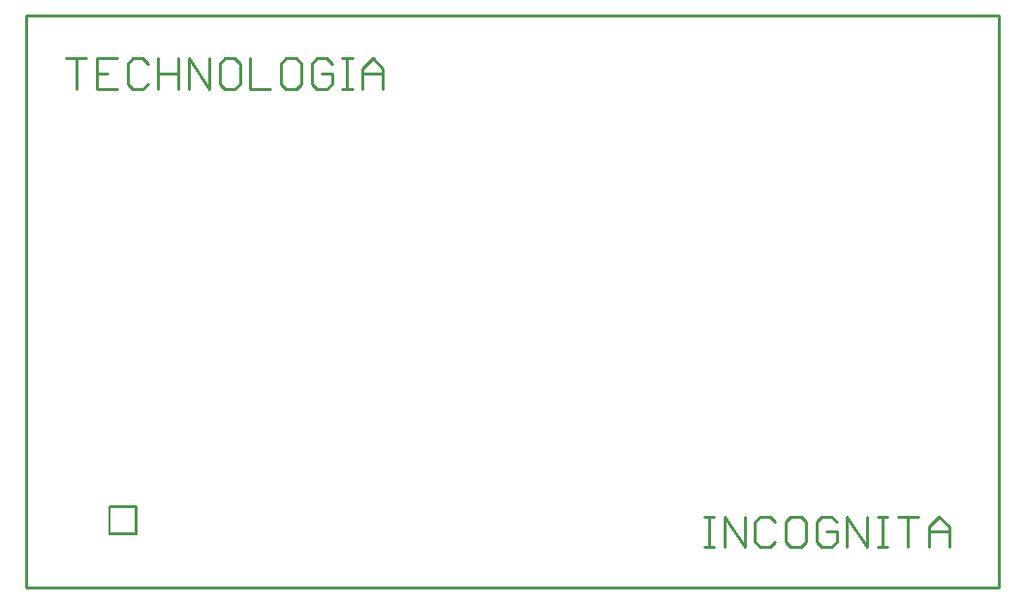
<source format=gto>
G04 (created by PCBNEW-RS274X (2012-apr-16-27)-stable) date Thu 15 Aug 2013 10:18:16 PM CEST*
G01*
G70*
G90*
%MOIN*%
G04 Gerber Fmt 3.4, Leading zero omitted, Abs format*
%FSLAX34Y34*%
G04 APERTURE LIST*
%ADD10C,0.006000*%
%ADD11C,0.000100*%
%ADD12C,0.010000*%
%ADD13C,0.080000*%
G04 APERTURE END LIST*
G54D10*
G54D11*
G36*
X27692Y-41846D02*
X27158Y-41846D01*
X27126Y-41861D01*
X27113Y-41891D01*
X27113Y-42818D01*
X27126Y-42852D01*
X27158Y-42867D01*
X28088Y-42867D01*
X28121Y-42852D01*
X28134Y-42818D01*
X28134Y-41891D01*
X28120Y-41860D01*
X28088Y-41846D01*
X27692Y-41846D01*
X27695Y-41937D01*
X28040Y-41937D01*
X28040Y-42773D01*
X27206Y-42773D01*
X27206Y-41937D01*
X27695Y-41937D01*
X27692Y-41846D01*
X27692Y-41846D01*
G37*
G54D12*
X47610Y-43273D02*
X47959Y-43273D01*
X47784Y-43273D02*
X47784Y-42225D01*
X47610Y-42225D02*
X47959Y-42225D01*
X48313Y-43273D02*
X48313Y-42225D01*
X48313Y-42225D02*
X49012Y-43273D01*
X49012Y-43273D02*
X49012Y-42225D01*
X50066Y-42400D02*
X49892Y-42225D01*
X49892Y-42225D02*
X49542Y-42225D01*
X49542Y-42225D02*
X49368Y-42400D01*
X49368Y-42400D02*
X49368Y-43098D01*
X49368Y-43098D02*
X49542Y-43273D01*
X49542Y-43273D02*
X49892Y-43273D01*
X49892Y-43273D02*
X50066Y-43098D01*
X50946Y-42225D02*
X50597Y-42225D01*
X50597Y-42225D02*
X50422Y-42400D01*
X50422Y-42400D02*
X50422Y-43098D01*
X50422Y-43098D02*
X50597Y-43273D01*
X50597Y-43273D02*
X50946Y-43273D01*
X50946Y-43273D02*
X51121Y-43098D01*
X51121Y-43098D02*
X51121Y-42400D01*
X51121Y-42400D02*
X50946Y-42225D01*
X52176Y-42400D02*
X52001Y-42225D01*
X52001Y-42225D02*
X51652Y-42225D01*
X51652Y-42225D02*
X51477Y-42400D01*
X51477Y-42400D02*
X51477Y-43098D01*
X51477Y-43098D02*
X51652Y-43273D01*
X51652Y-43273D02*
X52001Y-43273D01*
X52001Y-43273D02*
X52176Y-43098D01*
X52176Y-43098D02*
X52176Y-42749D01*
X52176Y-42749D02*
X51826Y-42749D01*
X52532Y-43273D02*
X52532Y-42225D01*
X52532Y-42225D02*
X53231Y-43273D01*
X53231Y-43273D02*
X53231Y-42225D01*
X53587Y-43273D02*
X53936Y-43273D01*
X53761Y-43273D02*
X53761Y-42225D01*
X53587Y-42225D02*
X53936Y-42225D01*
X54639Y-43273D02*
X54639Y-42225D01*
X54290Y-42225D02*
X54989Y-42225D01*
X55344Y-43273D02*
X55344Y-42574D01*
X55344Y-42574D02*
X55694Y-42225D01*
X55694Y-42225D02*
X56043Y-42574D01*
X56043Y-42574D02*
X56043Y-43273D01*
X55344Y-42749D02*
X56043Y-42749D01*
X26021Y-27495D02*
X26021Y-26447D01*
X25671Y-26447D02*
X26370Y-26447D01*
X27425Y-26447D02*
X26726Y-26447D01*
X26726Y-26447D02*
X26726Y-27495D01*
X26726Y-27495D02*
X27425Y-27495D01*
X26726Y-26971D02*
X27075Y-26971D01*
X28479Y-26622D02*
X28305Y-26447D01*
X28305Y-26447D02*
X27955Y-26447D01*
X27955Y-26447D02*
X27780Y-26622D01*
X27780Y-26622D02*
X27780Y-27321D01*
X27780Y-27321D02*
X27955Y-27495D01*
X27955Y-27495D02*
X28305Y-27495D01*
X28305Y-27495D02*
X28479Y-27321D01*
X28835Y-27495D02*
X28835Y-26447D01*
X28835Y-26971D02*
X29534Y-26971D01*
X29534Y-26447D02*
X29534Y-27495D01*
X29890Y-27495D02*
X29890Y-26447D01*
X29890Y-26447D02*
X30589Y-27495D01*
X30589Y-27495D02*
X30589Y-26447D01*
X31469Y-26447D02*
X31120Y-26447D01*
X31120Y-26447D02*
X30945Y-26622D01*
X30945Y-26622D02*
X30945Y-27321D01*
X30945Y-27321D02*
X31120Y-27495D01*
X31120Y-27495D02*
X31469Y-27495D01*
X31469Y-27495D02*
X31644Y-27321D01*
X31644Y-27321D02*
X31644Y-26622D01*
X31644Y-26622D02*
X31469Y-26447D01*
X32000Y-26447D02*
X32000Y-27495D01*
X32000Y-27495D02*
X32698Y-27495D01*
X33578Y-26447D02*
X33229Y-26447D01*
X33229Y-26447D02*
X33054Y-26622D01*
X33054Y-26622D02*
X33054Y-27321D01*
X33054Y-27321D02*
X33229Y-27495D01*
X33229Y-27495D02*
X33578Y-27495D01*
X33578Y-27495D02*
X33753Y-27321D01*
X33753Y-27321D02*
X33753Y-26622D01*
X33753Y-26622D02*
X33578Y-26447D01*
X34808Y-26622D02*
X34633Y-26447D01*
X34633Y-26447D02*
X34284Y-26447D01*
X34284Y-26447D02*
X34109Y-26622D01*
X34109Y-26622D02*
X34109Y-27321D01*
X34109Y-27321D02*
X34284Y-27495D01*
X34284Y-27495D02*
X34633Y-27495D01*
X34633Y-27495D02*
X34808Y-27321D01*
X34808Y-27321D02*
X34808Y-26971D01*
X34808Y-26971D02*
X34458Y-26971D01*
X35164Y-27495D02*
X35513Y-27495D01*
X35338Y-27495D02*
X35338Y-26447D01*
X35164Y-26447D02*
X35513Y-26447D01*
X35867Y-27495D02*
X35867Y-26797D01*
X35867Y-26797D02*
X36216Y-26447D01*
X36216Y-26447D02*
X36566Y-26797D01*
X36566Y-26797D02*
X36566Y-27495D01*
X35867Y-26971D02*
X36566Y-26971D01*
X24280Y-24972D02*
X57744Y-24972D01*
X57744Y-24972D02*
X57744Y-44658D01*
X57744Y-44658D02*
X24280Y-44658D01*
X24280Y-44658D02*
X24280Y-24972D01*
%LPC*%
G54D11*
G36*
X39315Y-25438D02*
X39272Y-25452D01*
X39232Y-25469D01*
X39194Y-25490D01*
X39158Y-25514D01*
X39124Y-25541D01*
X39092Y-25570D01*
X39064Y-25602D01*
X39038Y-25636D01*
X39015Y-25672D01*
X38995Y-25710D01*
X38978Y-25750D01*
X38964Y-25791D01*
X38955Y-25833D01*
X38948Y-25876D01*
X38946Y-25920D01*
X38948Y-25964D01*
X38953Y-26009D01*
X38962Y-26051D01*
X38974Y-26090D01*
X38988Y-26127D01*
X39004Y-26161D01*
X39020Y-26193D01*
X39038Y-26222D01*
X39056Y-26249D01*
X39076Y-26279D01*
X39097Y-26309D01*
X39118Y-26337D01*
X39139Y-26364D01*
X39158Y-26389D01*
X39170Y-26407D01*
X39182Y-26427D01*
X39194Y-26447D01*
X39206Y-26470D01*
X39219Y-26494D01*
X39232Y-26521D01*
X39245Y-26549D01*
X39257Y-26581D01*
X39270Y-26615D01*
X39283Y-26652D01*
X39296Y-26692D01*
X39309Y-26735D01*
X39321Y-26783D01*
X39334Y-26833D01*
X39346Y-26888D01*
X39358Y-26948D01*
X39370Y-27011D01*
X39377Y-27053D01*
X39384Y-27094D01*
X39390Y-27133D01*
X39395Y-27170D01*
X39400Y-27206D01*
X39404Y-27241D01*
X39408Y-27275D01*
X39412Y-27309D01*
X39415Y-27342D01*
X39418Y-27375D01*
X39421Y-27407D01*
X39423Y-27440D01*
X39425Y-27473D01*
X39427Y-27507D01*
X39429Y-27541D01*
X39431Y-27576D01*
X39433Y-27612D01*
X39435Y-27650D01*
X39437Y-27688D01*
X39439Y-27729D01*
X39441Y-27771D01*
X39443Y-27816D01*
X39446Y-27862D01*
X39448Y-27911D01*
X39451Y-27963D01*
X39455Y-28017D01*
X39459Y-28074D01*
X39460Y-28111D01*
X39461Y-28147D01*
X39461Y-28182D01*
X39463Y-28218D01*
X39502Y-28209D01*
X39541Y-28200D01*
X39581Y-28191D01*
X39620Y-28183D01*
X39660Y-28175D01*
X39699Y-28167D01*
X39739Y-28160D01*
X39778Y-28153D01*
X39817Y-28146D01*
X39856Y-28139D01*
X39894Y-28133D01*
X39932Y-28127D01*
X39970Y-28121D01*
X40007Y-28115D01*
X40044Y-28109D01*
X40080Y-28104D01*
X40115Y-28099D01*
X40149Y-28094D01*
X40150Y-28097D01*
X40161Y-28133D01*
X40172Y-28169D01*
X40183Y-28206D01*
X40195Y-28243D01*
X40206Y-28280D01*
X40217Y-28317D01*
X40228Y-28353D01*
X40239Y-28390D01*
X40249Y-28426D01*
X40260Y-28461D01*
X40270Y-28495D01*
X40274Y-28498D01*
X40411Y-28484D01*
X40549Y-28472D01*
X40686Y-28463D01*
X40822Y-28457D01*
X40959Y-28454D01*
X41094Y-28455D01*
X41230Y-28458D01*
X41364Y-28463D01*
X41499Y-28472D01*
X41632Y-28483D01*
X41765Y-28498D01*
X41898Y-28515D01*
X42029Y-28534D01*
X42160Y-28557D01*
X42290Y-28582D01*
X42420Y-28610D01*
X42548Y-28640D01*
X42676Y-28673D01*
X42802Y-28709D01*
X42928Y-28747D01*
X43053Y-28788D01*
X43176Y-28831D01*
X43299Y-28877D01*
X43421Y-28926D01*
X43541Y-28976D01*
X43660Y-29029D01*
X43778Y-29085D01*
X43895Y-29143D01*
X44011Y-29203D01*
X44125Y-29266D01*
X44238Y-29331D01*
X44349Y-29398D01*
X44376Y-29371D01*
X44403Y-29343D01*
X44430Y-29314D01*
X44457Y-29286D01*
X44484Y-29257D01*
X44511Y-29229D01*
X44537Y-29200D01*
X44563Y-29173D01*
X44588Y-29146D01*
X44612Y-29119D01*
X44634Y-29094D01*
X44668Y-29115D01*
X44702Y-29137D01*
X44736Y-29159D01*
X44770Y-29181D01*
X44805Y-29203D01*
X44839Y-29226D01*
X44873Y-29249D01*
X44906Y-29272D01*
X44940Y-29295D01*
X44973Y-29318D01*
X45005Y-29341D01*
X45037Y-29364D01*
X45068Y-29387D01*
X45098Y-29409D01*
X45128Y-29431D01*
X45156Y-29453D01*
X45137Y-29488D01*
X45118Y-29523D01*
X45099Y-29558D01*
X45080Y-29592D01*
X45061Y-29627D01*
X45042Y-29661D01*
X45024Y-29694D01*
X45006Y-29728D01*
X44989Y-29760D01*
X44973Y-29792D01*
X44957Y-29823D01*
X45053Y-29901D01*
X45148Y-29980D01*
X45241Y-30062D01*
X45333Y-30145D01*
X45424Y-30230D01*
X45512Y-30317D01*
X45599Y-30405D01*
X45684Y-30496D01*
X45768Y-30587D01*
X45850Y-30681D01*
X45930Y-30776D01*
X46008Y-30873D01*
X46085Y-30972D01*
X46159Y-31072D01*
X46232Y-31174D01*
X46303Y-31278D01*
X46371Y-31383D01*
X46438Y-31489D01*
X46503Y-31597D01*
X46566Y-31706D01*
X46626Y-31817D01*
X46685Y-31930D01*
X46741Y-32044D01*
X46795Y-32159D01*
X46848Y-32275D01*
X46897Y-32393D01*
X46945Y-32513D01*
X46990Y-32633D01*
X47033Y-32755D01*
X47074Y-32878D01*
X47112Y-33003D01*
X47147Y-33128D01*
X47110Y-33130D01*
X47072Y-33131D01*
X47034Y-33133D01*
X46997Y-33134D01*
X46961Y-33135D01*
X46927Y-33136D01*
X46911Y-33136D01*
X46886Y-33136D01*
X46852Y-33137D01*
X46812Y-33138D01*
X46767Y-33138D01*
X46718Y-33139D01*
X46667Y-33140D01*
X46616Y-33141D01*
X46565Y-33141D01*
X46516Y-33142D01*
X46471Y-33143D01*
X46432Y-33143D01*
X46399Y-33144D01*
X46375Y-33144D01*
X46360Y-33144D01*
X46346Y-33171D01*
X46333Y-33198D01*
X46322Y-33228D01*
X46313Y-33256D01*
X46303Y-33284D01*
X46290Y-33322D01*
X46281Y-33346D01*
X46270Y-33375D01*
X46259Y-33409D01*
X46247Y-33447D01*
X46236Y-33487D01*
X46227Y-33529D01*
X46220Y-33570D01*
X46181Y-33577D01*
X46143Y-33583D01*
X46107Y-33589D01*
X46072Y-33595D01*
X46038Y-33599D01*
X46005Y-33604D01*
X45972Y-33608D01*
X45939Y-33612D01*
X45905Y-33616D01*
X45871Y-33619D01*
X45836Y-33622D01*
X45800Y-33625D01*
X45762Y-33627D01*
X45723Y-33630D01*
X45681Y-33632D01*
X45636Y-33634D01*
X45589Y-33636D01*
X45538Y-33638D01*
X45500Y-33639D01*
X45462Y-33641D01*
X45424Y-33642D01*
X45385Y-33644D01*
X45345Y-33646D01*
X45305Y-33647D01*
X45265Y-33649D01*
X45224Y-33651D01*
X45183Y-33653D01*
X45142Y-33656D01*
X45101Y-33658D01*
X45059Y-33660D01*
X45018Y-33663D01*
X44976Y-33666D01*
X44935Y-33669D01*
X44893Y-33672D01*
X44852Y-33675D01*
X44811Y-33679D01*
X44770Y-33683D01*
X44729Y-33686D01*
X44689Y-33691D01*
X44649Y-33695D01*
X44610Y-33699D01*
X44571Y-33704D01*
X44532Y-33709D01*
X44494Y-33715D01*
X44457Y-33720D01*
X44420Y-33726D01*
X44384Y-33732D01*
X44350Y-33738D01*
X44315Y-33745D01*
X44280Y-33752D01*
X44244Y-33759D01*
X44208Y-33767D01*
X44172Y-33775D01*
X44135Y-33784D01*
X44098Y-33792D01*
X44060Y-33802D01*
X44023Y-33811D01*
X43985Y-33821D01*
X43947Y-33830D01*
X43909Y-33840D01*
X43921Y-33876D01*
X43933Y-33912D01*
X43944Y-33948D01*
X43955Y-33984D01*
X43965Y-34021D01*
X43975Y-34057D01*
X43985Y-34094D01*
X43994Y-34131D01*
X44003Y-34169D01*
X44011Y-34206D01*
X44019Y-34244D01*
X44026Y-34282D01*
X44032Y-34320D01*
X44038Y-34358D01*
X44043Y-34397D01*
X44048Y-34435D01*
X44052Y-34473D01*
X44056Y-34512D01*
X44059Y-34550D01*
X44061Y-34588D01*
X44064Y-34626D01*
X44065Y-34664D01*
X44067Y-34702D01*
X44068Y-34740D01*
X44107Y-34737D01*
X44145Y-34733D01*
X44184Y-34730D01*
X44222Y-34726D01*
X44260Y-34722D01*
X44298Y-34718D01*
X44335Y-34714D01*
X44372Y-34709D01*
X44409Y-34705D01*
X44444Y-34700D01*
X44480Y-34695D01*
X44514Y-34689D01*
X44548Y-34683D01*
X44584Y-34677D01*
X44620Y-34670D01*
X44658Y-34662D01*
X44695Y-34654D01*
X44733Y-34646D01*
X44771Y-34637D01*
X44810Y-34628D01*
X44849Y-34618D01*
X44888Y-34608D01*
X44928Y-34598D01*
X44968Y-34587D01*
X45007Y-34577D01*
X45047Y-34566D01*
X45087Y-34554D01*
X45127Y-34543D01*
X45167Y-34531D01*
X45207Y-34520D01*
X45247Y-34508D01*
X45287Y-34496D01*
X45326Y-34484D01*
X45365Y-34472D01*
X45404Y-34460D01*
X45443Y-34448D01*
X45481Y-34436D01*
X45519Y-34424D01*
X45556Y-34412D01*
X45593Y-34400D01*
X45629Y-34389D01*
X45665Y-34377D01*
X45713Y-34362D01*
X45758Y-34347D01*
X45801Y-34334D01*
X45842Y-34322D01*
X45880Y-34311D01*
X45917Y-34300D01*
X45952Y-34290D01*
X45986Y-34281D01*
X46019Y-34272D01*
X46052Y-34264D01*
X46084Y-34256D01*
X46117Y-34249D01*
X46150Y-34242D01*
X46184Y-34235D01*
X46219Y-34228D01*
X46255Y-34221D01*
X46293Y-34214D01*
X46333Y-34206D01*
X46352Y-34242D01*
X46372Y-34276D01*
X46394Y-34309D01*
X46417Y-34340D01*
X46441Y-34370D01*
X46466Y-34399D01*
X46491Y-34425D01*
X46556Y-34492D01*
X46633Y-34450D01*
X46657Y-34439D01*
X46686Y-34427D01*
X46718Y-34414D01*
X46714Y-34374D01*
X46710Y-34333D01*
X46705Y-34291D01*
X46701Y-34250D01*
X46695Y-34207D01*
X46690Y-34165D01*
X46685Y-34124D01*
X46679Y-34083D01*
X46673Y-34042D01*
X46668Y-34003D01*
X46662Y-33965D01*
X46656Y-33929D01*
X46651Y-33894D01*
X46645Y-33862D01*
X46640Y-33831D01*
X46634Y-33795D01*
X46627Y-33758D01*
X46620Y-33721D01*
X46613Y-33684D01*
X46606Y-33648D01*
X46599Y-33611D01*
X46592Y-33575D01*
X46584Y-33539D01*
X46576Y-33502D01*
X46568Y-33466D01*
X46560Y-33430D01*
X46551Y-33394D01*
X46543Y-33359D01*
X46856Y-33356D01*
X46860Y-33356D01*
X46933Y-33353D01*
X46958Y-33352D01*
X46982Y-33352D01*
X47106Y-33354D01*
X47105Y-33348D01*
X47137Y-33347D01*
X47171Y-33348D01*
X47204Y-33348D01*
X47217Y-33345D01*
X47251Y-33345D01*
X47285Y-33344D01*
X47320Y-33344D01*
X47354Y-33342D01*
X47380Y-33340D01*
X47406Y-33337D01*
X47441Y-33336D01*
X47476Y-33335D01*
X47510Y-33335D01*
X47545Y-33334D01*
X47581Y-33333D01*
X47617Y-33331D01*
X47625Y-33363D01*
X47633Y-33394D01*
X47642Y-33425D01*
X47649Y-33456D01*
X47657Y-33494D01*
X47664Y-33533D01*
X47670Y-33571D01*
X47677Y-33609D01*
X47683Y-33648D01*
X47690Y-33684D01*
X47697Y-33720D01*
X47703Y-33756D01*
X47709Y-33792D01*
X47715Y-33829D01*
X47719Y-33860D01*
X47721Y-33891D01*
X47723Y-33923D01*
X47727Y-33954D01*
X47701Y-33961D01*
X47675Y-33967D01*
X47649Y-33974D01*
X47526Y-34014D01*
X47522Y-34014D01*
X47487Y-34025D01*
X47453Y-34036D01*
X47419Y-34047D01*
X47390Y-34056D01*
X47360Y-34064D01*
X47332Y-34073D01*
X47346Y-34210D01*
X47358Y-34348D01*
X47367Y-34485D01*
X47373Y-34622D01*
X47375Y-34758D01*
X47375Y-34894D01*
X47372Y-35029D01*
X47366Y-35164D01*
X47358Y-35299D01*
X47346Y-35432D01*
X47332Y-35566D01*
X47315Y-35698D01*
X47295Y-35830D01*
X47272Y-35961D01*
X47247Y-36091D01*
X47219Y-36221D01*
X47188Y-36349D01*
X47155Y-36477D01*
X47119Y-36604D01*
X47081Y-36730D01*
X47040Y-36854D01*
X46997Y-36978D01*
X46951Y-37101D01*
X46902Y-37223D01*
X46851Y-37343D01*
X46798Y-37463D01*
X46742Y-37581D01*
X46684Y-37698D01*
X46624Y-37814D01*
X46561Y-37928D01*
X46496Y-38041D01*
X46429Y-38152D01*
X46451Y-38173D01*
X46474Y-38194D01*
X46496Y-38215D01*
X46522Y-38239D01*
X46547Y-38263D01*
X46573Y-38288D01*
X46599Y-38312D01*
X46624Y-38337D01*
X46651Y-38362D01*
X46678Y-38387D01*
X46705Y-38412D01*
X46733Y-38437D01*
X46737Y-38440D01*
X46718Y-38470D01*
X46699Y-38500D01*
X46679Y-38530D01*
X46659Y-38560D01*
X46640Y-38590D01*
X46620Y-38620D01*
X46599Y-38649D01*
X46579Y-38678D01*
X46559Y-38708D01*
X46536Y-38739D01*
X46514Y-38771D01*
X46491Y-38803D01*
X46468Y-38834D01*
X46444Y-38866D01*
X46421Y-38897D01*
X46397Y-38928D01*
X46374Y-38959D01*
X46370Y-38956D01*
X46345Y-38943D01*
X46320Y-38930D01*
X46296Y-38916D01*
X46186Y-38855D01*
X46182Y-38852D01*
X46161Y-38841D01*
X46140Y-38831D01*
X46136Y-38828D01*
X46111Y-38815D01*
X46085Y-38802D01*
X46058Y-38788D01*
X46031Y-38774D01*
X46004Y-38760D01*
X45922Y-38861D01*
X45838Y-38961D01*
X45752Y-39059D01*
X45664Y-39155D01*
X45574Y-39250D01*
X45482Y-39343D01*
X45388Y-39434D01*
X45292Y-39523D01*
X45194Y-39610D01*
X45094Y-39695D01*
X44993Y-39778D01*
X44890Y-39859D01*
X44784Y-39938D01*
X44677Y-40015D01*
X44569Y-40090D01*
X44458Y-40163D01*
X44346Y-40233D01*
X44232Y-40302D01*
X44117Y-40368D01*
X44000Y-40432D01*
X43881Y-40493D01*
X43761Y-40552D01*
X43639Y-40609D01*
X43516Y-40663D01*
X43391Y-40714D01*
X43265Y-40763D01*
X43138Y-40810D01*
X43009Y-40854D01*
X42878Y-40895D01*
X42746Y-40934D01*
X42613Y-40970D01*
X42479Y-41003D01*
X42480Y-41042D01*
X42481Y-41082D01*
X42483Y-41123D01*
X42484Y-41163D01*
X42486Y-41203D01*
X42620Y-41171D01*
X42752Y-41136D01*
X42884Y-41098D01*
X43014Y-41058D01*
X43143Y-41016D01*
X43270Y-40971D01*
X43396Y-40923D01*
X43521Y-40873D01*
X43644Y-40821D01*
X43766Y-40766D01*
X43886Y-40709D01*
X44005Y-40650D01*
X44122Y-40588D01*
X44238Y-40524D01*
X44352Y-40458D01*
X44465Y-40390D01*
X44576Y-40320D01*
X44685Y-40247D01*
X44793Y-40173D01*
X44899Y-40096D01*
X45004Y-40017D01*
X45106Y-39937D01*
X45207Y-39854D01*
X45306Y-39770D01*
X45404Y-39684D01*
X45499Y-39595D01*
X45593Y-39505D01*
X45685Y-39414D01*
X45775Y-39320D01*
X45863Y-39225D01*
X45949Y-39128D01*
X46034Y-39030D01*
X46057Y-39041D01*
X46080Y-39053D01*
X46193Y-39111D01*
X46226Y-39129D01*
X46260Y-39148D01*
X46294Y-39166D01*
X46328Y-39185D01*
X46362Y-39204D01*
X46396Y-39223D01*
X46411Y-39231D01*
X46432Y-39206D01*
X46453Y-39180D01*
X46474Y-39155D01*
X46495Y-39129D01*
X46516Y-39103D01*
X46561Y-39128D01*
X46605Y-39152D01*
X46647Y-39175D01*
X46687Y-39196D01*
X46725Y-39217D01*
X46762Y-39237D01*
X46797Y-39256D01*
X46831Y-39274D01*
X46864Y-39291D01*
X46895Y-39309D01*
X46926Y-39325D01*
X46956Y-39342D01*
X46986Y-39358D01*
X47015Y-39375D01*
X47044Y-39391D01*
X47072Y-39408D01*
X47101Y-39425D01*
X47130Y-39442D01*
X47159Y-39460D01*
X47188Y-39478D01*
X47218Y-39497D01*
X47248Y-39517D01*
X47280Y-39538D01*
X47312Y-39560D01*
X47345Y-39583D01*
X47380Y-39607D01*
X47433Y-39644D01*
X47481Y-39680D01*
X47526Y-39714D01*
X47567Y-39747D01*
X47605Y-39778D01*
X47639Y-39808D01*
X47671Y-39836D01*
X47699Y-39863D01*
X47725Y-39889D01*
X47748Y-39913D01*
X47769Y-39937D01*
X47788Y-39959D01*
X47805Y-39981D01*
X47820Y-40001D01*
X47834Y-40021D01*
X47847Y-40040D01*
X47858Y-40058D01*
X47875Y-40088D01*
X47890Y-40117D01*
X47904Y-40148D01*
X47920Y-40180D01*
X47938Y-40213D01*
X47942Y-40216D01*
X47959Y-40243D01*
X47978Y-40272D01*
X48000Y-40301D01*
X48025Y-40329D01*
X48053Y-40358D01*
X48084Y-40385D01*
X48118Y-40411D01*
X48156Y-40435D01*
X48196Y-40456D01*
X48237Y-40472D01*
X48278Y-40485D01*
X48321Y-40494D01*
X48364Y-40499D01*
X48406Y-40500D01*
X48449Y-40498D01*
X48491Y-40492D01*
X48533Y-40482D01*
X48574Y-40469D01*
X48614Y-40453D01*
X48652Y-40433D01*
X48689Y-40410D01*
X48724Y-40383D01*
X48756Y-40354D01*
X48787Y-40321D01*
X48815Y-40285D01*
X48829Y-40265D01*
X48843Y-40244D01*
X48863Y-40205D01*
X48879Y-40164D01*
X48891Y-40122D01*
X48900Y-40080D01*
X48905Y-40037D01*
X48907Y-39994D01*
X48905Y-39951D01*
X48899Y-39909D01*
X48890Y-39867D01*
X48877Y-39826D01*
X48861Y-39787D01*
X48842Y-39748D01*
X48819Y-39712D01*
X48793Y-39677D01*
X48763Y-39644D01*
X48731Y-39614D01*
X48695Y-39586D01*
X48659Y-39563D01*
X48623Y-39544D01*
X48587Y-39527D01*
X48551Y-39514D01*
X48517Y-39503D01*
X48483Y-39494D01*
X48452Y-39488D01*
X48448Y-39485D01*
X48411Y-39479D01*
X48376Y-39474D01*
X48343Y-39470D01*
X48311Y-39465D01*
X48278Y-39459D01*
X48257Y-39455D01*
X48235Y-39449D01*
X48211Y-39443D01*
X48186Y-39436D01*
X48160Y-39428D01*
X48132Y-39418D01*
X48103Y-39407D01*
X48071Y-39394D01*
X48038Y-39379D01*
X48003Y-39362D01*
X47965Y-39342D01*
X47925Y-39320D01*
X47883Y-39296D01*
X47838Y-39269D01*
X47791Y-39238D01*
X47740Y-39205D01*
X47687Y-39168D01*
X47652Y-39144D01*
X47619Y-39120D01*
X47588Y-39097D01*
X47558Y-39074D01*
X47529Y-39052D01*
X47501Y-39030D01*
X47474Y-39009D01*
X47448Y-38988D01*
X47423Y-38967D01*
X47398Y-38945D01*
X47373Y-38924D01*
X47348Y-38902D01*
X47323Y-38880D01*
X47298Y-38858D01*
X47273Y-38835D01*
X47247Y-38812D01*
X47220Y-38787D01*
X47193Y-38762D01*
X47164Y-38736D01*
X47135Y-38709D01*
X47104Y-38681D01*
X47071Y-38652D01*
X47037Y-38621D01*
X47002Y-38589D01*
X46964Y-38555D01*
X46924Y-38520D01*
X46941Y-38493D01*
X46957Y-38465D01*
X46973Y-38437D01*
X46989Y-38410D01*
X47006Y-38382D01*
X46993Y-38370D01*
X46964Y-38345D01*
X46935Y-38319D01*
X46906Y-38294D01*
X46878Y-38269D01*
X46850Y-38244D01*
X46823Y-38220D01*
X46795Y-38195D01*
X46768Y-38170D01*
X46741Y-38146D01*
X46714Y-38121D01*
X46687Y-38096D01*
X46748Y-37989D01*
X46807Y-37881D01*
X46863Y-37772D01*
X46918Y-37661D01*
X46971Y-37550D01*
X47021Y-37437D01*
X47070Y-37324D01*
X47116Y-37209D01*
X47160Y-37094D01*
X47202Y-36977D01*
X47242Y-36860D01*
X47280Y-36742D01*
X47316Y-36623D01*
X47349Y-36503D01*
X47380Y-36382D01*
X47409Y-36261D01*
X47435Y-36139D01*
X47459Y-36016D01*
X47481Y-35893D01*
X47501Y-35769D01*
X47518Y-35644D01*
X47533Y-35519D01*
X47545Y-35393D01*
X47555Y-35266D01*
X47562Y-35140D01*
X47567Y-35012D01*
X47570Y-34884D01*
X47570Y-34756D01*
X47567Y-34628D01*
X47562Y-34499D01*
X47555Y-34369D01*
X47544Y-34240D01*
X47569Y-34232D01*
X47594Y-34224D01*
X47715Y-34185D01*
X47751Y-34174D01*
X47788Y-34164D01*
X47825Y-34155D01*
X47862Y-34145D01*
X47899Y-34135D01*
X47937Y-34125D01*
X47953Y-34118D01*
X47949Y-34081D01*
X47945Y-34045D01*
X47941Y-34008D01*
X47932Y-33960D01*
X47983Y-33945D01*
X48031Y-33931D01*
X48077Y-33917D01*
X48120Y-33904D01*
X48162Y-33891D01*
X48202Y-33879D01*
X48240Y-33867D01*
X48277Y-33856D01*
X48313Y-33845D01*
X48348Y-33835D01*
X48381Y-33825D01*
X48415Y-33815D01*
X48447Y-33805D01*
X48479Y-33796D01*
X48511Y-33787D01*
X48543Y-33779D01*
X48575Y-33770D01*
X48608Y-33762D01*
X48641Y-33754D01*
X48675Y-33746D01*
X48709Y-33738D01*
X48745Y-33731D01*
X48782Y-33723D01*
X48820Y-33716D01*
X48860Y-33708D01*
X48902Y-33701D01*
X48966Y-33690D01*
X49025Y-33681D01*
X49081Y-33673D01*
X49134Y-33667D01*
X49183Y-33663D01*
X49228Y-33660D01*
X49270Y-33658D01*
X49310Y-33657D01*
X49346Y-33657D01*
X49381Y-33658D01*
X49412Y-33660D01*
X49442Y-33662D01*
X49469Y-33666D01*
X49495Y-33669D01*
X49518Y-33674D01*
X49541Y-33678D01*
X49562Y-33683D01*
X49595Y-33692D01*
X49628Y-33702D01*
X49661Y-33712D01*
X49695Y-33723D01*
X49733Y-33734D01*
X49733Y-33737D01*
X49764Y-33745D01*
X49798Y-33751D01*
X49833Y-33755D01*
X49870Y-33757D01*
X49910Y-33757D01*
X49950Y-33754D01*
X49993Y-33748D01*
X50037Y-33738D01*
X50080Y-33724D01*
X50120Y-33707D01*
X50159Y-33686D01*
X50195Y-33663D01*
X50229Y-33636D01*
X50260Y-33607D01*
X50289Y-33575D01*
X50315Y-33541D01*
X50338Y-33504D01*
X50358Y-33466D01*
X50374Y-33427D01*
X50387Y-33385D01*
X50397Y-33343D01*
X50403Y-33300D01*
X50405Y-33255D01*
X50403Y-33211D01*
X50398Y-33165D01*
X50394Y-33141D01*
X50389Y-33118D01*
X50377Y-33081D01*
X50363Y-33046D01*
X50346Y-33013D01*
X50327Y-32980D01*
X50306Y-32950D01*
X50283Y-32921D01*
X50257Y-32893D01*
X50230Y-32868D01*
X50202Y-32845D01*
X50172Y-32824D01*
X50140Y-32806D01*
X50108Y-32790D01*
X50074Y-32777D01*
X50040Y-32766D01*
X50004Y-32758D01*
X49968Y-32752D01*
X49931Y-32749D01*
X49894Y-32749D01*
X49856Y-32751D01*
X49818Y-32756D01*
X49776Y-32766D01*
X49737Y-32778D01*
X49700Y-32792D01*
X49666Y-32809D01*
X49635Y-32826D01*
X49605Y-32844D01*
X49579Y-32862D01*
X49576Y-32862D01*
X49544Y-32884D01*
X49516Y-32905D01*
X49489Y-32924D01*
X49462Y-32943D01*
X49434Y-32961D01*
X49416Y-32973D01*
X49397Y-32985D01*
X49377Y-32997D01*
X49354Y-33010D01*
X49330Y-33022D01*
X49304Y-33035D01*
X49275Y-33048D01*
X49244Y-33061D01*
X49211Y-33074D01*
X49174Y-33086D01*
X49134Y-33099D01*
X49091Y-33112D01*
X49044Y-33125D01*
X48993Y-33137D01*
X48938Y-33149D01*
X48879Y-33161D01*
X48816Y-33173D01*
X48774Y-33180D01*
X48734Y-33186D01*
X48695Y-33192D01*
X48658Y-33198D01*
X48621Y-33203D01*
X48586Y-33207D01*
X48551Y-33211D01*
X48517Y-33215D01*
X48483Y-33218D01*
X48450Y-33222D01*
X48416Y-33224D01*
X48382Y-33227D01*
X48349Y-33229D01*
X48314Y-33231D01*
X48279Y-33233D01*
X48244Y-33235D01*
X48207Y-33237D01*
X48169Y-33239D01*
X48130Y-33241D01*
X48090Y-33243D01*
X48048Y-33245D01*
X48004Y-33247D01*
X47959Y-33250D01*
X47911Y-33253D01*
X47861Y-33255D01*
X47809Y-33259D01*
X47799Y-33207D01*
X47773Y-33099D01*
X47756Y-33099D01*
X47718Y-33101D01*
X47681Y-33104D01*
X47644Y-33106D01*
X47606Y-33109D01*
X47569Y-33112D01*
X47532Y-33114D01*
X47496Y-33116D01*
X47459Y-33119D01*
X47423Y-33121D01*
X47387Y-33123D01*
X47351Y-33124D01*
X47317Y-32999D01*
X47280Y-32875D01*
X47240Y-32752D01*
X47199Y-32630D01*
X47155Y-32509D01*
X47109Y-32390D01*
X47061Y-32272D01*
X47010Y-32155D01*
X46958Y-32040D01*
X46903Y-31925D01*
X46846Y-31813D01*
X46787Y-31701D01*
X46727Y-31591D01*
X46664Y-31483D01*
X46599Y-31375D01*
X46532Y-31270D01*
X46464Y-31165D01*
X46393Y-31062D01*
X46321Y-30961D01*
X46247Y-30861D01*
X46171Y-30763D01*
X46093Y-30666D01*
X46014Y-30571D01*
X45933Y-30478D01*
X45850Y-30386D01*
X45766Y-30296D01*
X45680Y-30207D01*
X45592Y-30120D01*
X45503Y-30035D01*
X45412Y-29952D01*
X45320Y-29870D01*
X45226Y-29790D01*
X45244Y-29754D01*
X45263Y-29719D01*
X45281Y-29683D01*
X45300Y-29648D01*
X45319Y-29613D01*
X45337Y-29579D01*
X45356Y-29544D01*
X45374Y-29510D01*
X45392Y-29477D01*
X45410Y-29444D01*
X45427Y-29412D01*
X45396Y-29388D01*
X45364Y-29363D01*
X45333Y-29339D01*
X45301Y-29315D01*
X45326Y-29269D01*
X45350Y-29224D01*
X45373Y-29182D01*
X45394Y-29142D01*
X45415Y-29104D01*
X45435Y-29067D01*
X45453Y-29031D01*
X45472Y-28997D01*
X45489Y-28964D01*
X45506Y-28932D01*
X45523Y-28901D01*
X45539Y-28870D01*
X45556Y-28840D01*
X45572Y-28811D01*
X45588Y-28782D01*
X45605Y-28753D01*
X45622Y-28724D01*
X45639Y-28695D01*
X45656Y-28666D01*
X45675Y-28636D01*
X45694Y-28606D01*
X45713Y-28576D01*
X45734Y-28544D01*
X45756Y-28512D01*
X45779Y-28478D01*
X45803Y-28443D01*
X45841Y-28391D01*
X45876Y-28342D01*
X45911Y-28298D01*
X45943Y-28257D01*
X45975Y-28219D01*
X46004Y-28185D01*
X46033Y-28154D01*
X46060Y-28126D01*
X46086Y-28101D01*
X46110Y-28078D01*
X46134Y-28057D01*
X46156Y-28038D01*
X46178Y-28021D01*
X46198Y-28006D01*
X46218Y-27993D01*
X46237Y-27980D01*
X46255Y-27969D01*
X46285Y-27952D01*
X46314Y-27937D01*
X46345Y-27923D01*
X46377Y-27907D01*
X46410Y-27889D01*
X46443Y-27864D01*
X46475Y-27839D01*
X46506Y-27814D01*
X46535Y-27789D01*
X46562Y-27763D01*
X46587Y-27736D01*
X46608Y-27709D01*
X46632Y-27671D01*
X46653Y-27631D01*
X46669Y-27590D01*
X46682Y-27549D01*
X46691Y-27506D01*
X46696Y-27463D01*
X46697Y-27421D01*
X46695Y-27378D01*
X46689Y-27336D01*
X46679Y-27294D01*
X46666Y-27253D01*
X46650Y-27213D01*
X46630Y-27175D01*
X46607Y-27138D01*
X46580Y-27103D01*
X46551Y-27070D01*
X46518Y-27040D01*
X46481Y-27012D01*
X46461Y-26997D01*
X46441Y-26984D01*
X46402Y-26964D01*
X46361Y-26948D01*
X46319Y-26936D01*
X46277Y-26927D01*
X46234Y-26922D01*
X46191Y-26920D01*
X46148Y-26922D01*
X46106Y-26928D01*
X46064Y-26937D01*
X46023Y-26950D01*
X45984Y-26966D01*
X45945Y-26985D01*
X45909Y-27008D01*
X45874Y-27034D01*
X45841Y-27063D01*
X45811Y-27096D01*
X45783Y-27132D01*
X45760Y-27168D01*
X45741Y-27204D01*
X45726Y-27240D01*
X45713Y-27275D01*
X45703Y-27310D01*
X45695Y-27343D01*
X45689Y-27374D01*
X45682Y-27411D01*
X45675Y-27448D01*
X45670Y-27485D01*
X45665Y-27520D01*
X45660Y-27552D01*
X45655Y-27573D01*
X45650Y-27595D01*
X45644Y-27618D01*
X45637Y-27642D01*
X45629Y-27668D01*
X45619Y-27695D01*
X45607Y-27724D01*
X45594Y-27755D01*
X45579Y-27788D01*
X45562Y-27823D01*
X45542Y-27860D01*
X45520Y-27899D01*
X45496Y-27941D01*
X45468Y-27985D01*
X45438Y-28033D01*
X45405Y-28083D01*
X45368Y-28136D01*
X45344Y-28170D01*
X45320Y-28203D01*
X45297Y-28235D01*
X45274Y-28265D01*
X45252Y-28294D01*
X45230Y-28322D01*
X45208Y-28350D01*
X45187Y-28376D01*
X45165Y-28403D01*
X45144Y-28428D01*
X45122Y-28454D01*
X45100Y-28479D01*
X45078Y-28504D01*
X45056Y-28530D01*
X45032Y-28556D01*
X45009Y-28582D01*
X44984Y-28609D01*
X44959Y-28637D01*
X44933Y-28666D01*
X44906Y-28696D01*
X44878Y-28727D01*
X44848Y-28760D01*
X44818Y-28794D01*
X44786Y-28829D01*
X44753Y-28867D01*
X44718Y-28906D01*
X44690Y-28889D01*
X44662Y-28872D01*
X44635Y-28855D01*
X44607Y-28838D01*
X44579Y-28821D01*
X44552Y-28851D01*
X44526Y-28880D01*
X44499Y-28910D01*
X44472Y-28939D01*
X44445Y-28969D01*
X44418Y-28998D01*
X44392Y-29027D01*
X44366Y-29056D01*
X44341Y-29083D01*
X44317Y-29110D01*
X44293Y-29136D01*
X44186Y-29076D01*
X44078Y-29017D01*
X43968Y-28961D01*
X43858Y-28906D01*
X43746Y-28853D01*
X43634Y-28803D01*
X43520Y-28755D01*
X43406Y-28708D01*
X43290Y-28664D01*
X43174Y-28622D01*
X43057Y-28583D01*
X42938Y-28545D01*
X42819Y-28510D01*
X42700Y-28476D01*
X42579Y-28446D01*
X42458Y-28417D01*
X42336Y-28391D01*
X42213Y-28367D01*
X42089Y-28345D01*
X41965Y-28325D01*
X41841Y-28308D01*
X41715Y-28294D01*
X41589Y-28282D01*
X41463Y-28272D01*
X41336Y-28264D01*
X41209Y-28259D01*
X41081Y-28257D01*
X40953Y-28257D01*
X40824Y-28260D01*
X40695Y-28265D01*
X40566Y-28272D01*
X40437Y-28283D01*
X40425Y-28245D01*
X40414Y-28206D01*
X40402Y-28168D01*
X40391Y-28130D01*
X40380Y-28092D01*
X40368Y-28055D01*
X40357Y-28017D01*
X40346Y-27980D01*
X40336Y-27944D01*
X40325Y-27909D01*
X40315Y-27874D01*
X40281Y-27878D01*
X40248Y-27882D01*
X40216Y-27885D01*
X40185Y-27889D01*
X40153Y-27892D01*
X40138Y-27842D01*
X40124Y-27794D01*
X40110Y-27748D01*
X40097Y-27705D01*
X40085Y-27663D01*
X40073Y-27623D01*
X40061Y-27585D01*
X40050Y-27548D01*
X40040Y-27513D01*
X40029Y-27478D01*
X40019Y-27445D01*
X40010Y-27412D01*
X40000Y-27379D01*
X39992Y-27347D01*
X39983Y-27315D01*
X39974Y-27283D01*
X39966Y-27251D01*
X39958Y-27218D01*
X39950Y-27185D01*
X39942Y-27152D01*
X39935Y-27117D01*
X39927Y-27082D01*
X39920Y-27045D01*
X39912Y-27006D01*
X39905Y-26967D01*
X39898Y-26925D01*
X39887Y-26861D01*
X39878Y-26801D01*
X39870Y-26745D01*
X39864Y-26693D01*
X39860Y-26644D01*
X39857Y-26598D01*
X39855Y-26555D01*
X39854Y-26516D01*
X39854Y-26479D01*
X39855Y-26444D01*
X39856Y-26412D01*
X39859Y-26383D01*
X39862Y-26355D01*
X39866Y-26329D01*
X39870Y-26305D01*
X39875Y-26283D01*
X39879Y-26262D01*
X39891Y-26225D01*
X39902Y-26190D01*
X39912Y-26157D01*
X39922Y-26125D01*
X39931Y-26094D01*
X39938Y-26063D01*
X39945Y-26030D01*
X39950Y-25994D01*
X39953Y-25957D01*
X39953Y-25917D01*
X39951Y-25876D01*
X39945Y-25834D01*
X39936Y-25794D01*
X39924Y-25756D01*
X39910Y-25718D01*
X39892Y-25683D01*
X39872Y-25649D01*
X39849Y-25618D01*
X39824Y-25588D01*
X39796Y-25560D01*
X39767Y-25535D01*
X39736Y-25511D01*
X39704Y-25491D01*
X39670Y-25473D01*
X39635Y-25457D01*
X39598Y-25444D01*
X39561Y-25434D01*
X39522Y-25427D01*
X39483Y-25423D01*
X39443Y-25422D01*
X39403Y-25424D01*
X39362Y-25429D01*
X39338Y-25433D01*
X39314Y-25438D01*
X39315Y-25438D01*
X39315Y-25438D01*
G37*
G36*
X33532Y-29137D02*
X33495Y-29145D01*
X33458Y-29157D01*
X33422Y-29171D01*
X33387Y-29188D01*
X33353Y-29208D01*
X33321Y-29230D01*
X33290Y-29255D01*
X33261Y-29283D01*
X33234Y-29313D01*
X33209Y-29346D01*
X33195Y-29365D01*
X33181Y-29386D01*
X33161Y-29425D01*
X33145Y-29466D01*
X33133Y-29508D01*
X33124Y-29550D01*
X33119Y-29593D01*
X33117Y-29636D01*
X33119Y-29679D01*
X33125Y-29721D01*
X33134Y-29763D01*
X33147Y-29804D01*
X33163Y-29843D01*
X33182Y-29882D01*
X33205Y-29918D01*
X33231Y-29953D01*
X33261Y-29986D01*
X33293Y-30016D01*
X33329Y-30044D01*
X33365Y-30067D01*
X33401Y-30086D01*
X33437Y-30102D01*
X33472Y-30114D01*
X33507Y-30124D01*
X33540Y-30132D01*
X33571Y-30138D01*
X33575Y-30141D01*
X33613Y-30147D01*
X33647Y-30152D01*
X33680Y-30157D01*
X33713Y-30162D01*
X33746Y-30168D01*
X33767Y-30172D01*
X33789Y-30177D01*
X33812Y-30183D01*
X33837Y-30190D01*
X33863Y-30199D01*
X33891Y-30209D01*
X33921Y-30220D01*
X33952Y-30233D01*
X33985Y-30248D01*
X34021Y-30265D01*
X34058Y-30285D01*
X34098Y-30306D01*
X34140Y-30331D01*
X34185Y-30358D01*
X34233Y-30388D01*
X34283Y-30422D01*
X34336Y-30458D01*
X34371Y-30483D01*
X34404Y-30506D01*
X34435Y-30530D01*
X34465Y-30552D01*
X34494Y-30574D01*
X34522Y-30596D01*
X34550Y-30618D01*
X34576Y-30639D01*
X34602Y-30660D01*
X34628Y-30682D01*
X34653Y-30703D01*
X34678Y-30725D01*
X34703Y-30747D01*
X34729Y-30770D01*
X34755Y-30793D01*
X34781Y-30816D01*
X34808Y-30841D01*
X34836Y-30866D01*
X34864Y-30892D01*
X34894Y-30919D01*
X34925Y-30947D01*
X34957Y-30976D01*
X34991Y-31006D01*
X35026Y-31038D01*
X35064Y-31071D01*
X35103Y-31106D01*
X35086Y-31134D01*
X35069Y-31163D01*
X35052Y-31191D01*
X35035Y-31220D01*
X35019Y-31248D01*
X35028Y-31260D01*
X35057Y-31286D01*
X35086Y-31311D01*
X35115Y-31336D01*
X35143Y-31361D01*
X35172Y-31386D01*
X35200Y-31411D01*
X35228Y-31435D01*
X35255Y-31460D01*
X35283Y-31484D01*
X35310Y-31509D01*
X35337Y-31534D01*
X35276Y-31641D01*
X35218Y-31749D01*
X35161Y-31858D01*
X35106Y-31968D01*
X35054Y-32080D01*
X35003Y-32192D01*
X34955Y-32306D01*
X34908Y-32420D01*
X34864Y-32536D01*
X34822Y-32652D01*
X34782Y-32769D01*
X34744Y-32887D01*
X34708Y-33006D01*
X34675Y-33126D01*
X34643Y-33247D01*
X34614Y-33368D01*
X34588Y-33490D01*
X34563Y-33613D01*
X34541Y-33736D01*
X34522Y-33860D01*
X34504Y-33985D01*
X34489Y-34110D01*
X34477Y-34236D01*
X34467Y-34362D01*
X34459Y-34489D01*
X34454Y-34616D01*
X34451Y-34744D01*
X34451Y-34872D01*
X34453Y-35000D01*
X34458Y-35129D01*
X34466Y-35258D01*
X34476Y-35388D01*
X34454Y-35395D01*
X34432Y-35402D01*
X34312Y-35441D01*
X34276Y-35452D01*
X34238Y-35463D01*
X34201Y-35473D01*
X34163Y-35484D01*
X34125Y-35495D01*
X34087Y-35505D01*
X34070Y-35508D01*
X34075Y-35546D01*
X34082Y-35584D01*
X34087Y-35622D01*
X34091Y-35646D01*
X34095Y-35670D01*
X34044Y-35685D01*
X33996Y-35699D01*
X33950Y-35713D01*
X33906Y-35726D01*
X33864Y-35739D01*
X33824Y-35751D01*
X33785Y-35763D01*
X33748Y-35774D01*
X33712Y-35785D01*
X33677Y-35795D01*
X33643Y-35806D01*
X33609Y-35815D01*
X33576Y-35825D01*
X33544Y-35834D01*
X33512Y-35843D01*
X33479Y-35852D01*
X33447Y-35860D01*
X33414Y-35869D01*
X33381Y-35877D01*
X33347Y-35885D01*
X33312Y-35892D01*
X33276Y-35900D01*
X33239Y-35908D01*
X33201Y-35915D01*
X33160Y-35923D01*
X33119Y-35930D01*
X33055Y-35941D01*
X32995Y-35950D01*
X32939Y-35957D01*
X32887Y-35963D01*
X32838Y-35968D01*
X32793Y-35971D01*
X32750Y-35973D01*
X32711Y-35974D01*
X32674Y-35974D01*
X32640Y-35973D01*
X32608Y-35971D01*
X32579Y-35968D01*
X32552Y-35965D01*
X32526Y-35961D01*
X32502Y-35957D01*
X32480Y-35952D01*
X32459Y-35948D01*
X32426Y-35938D01*
X32395Y-35927D01*
X32364Y-35915D01*
X32331Y-35903D01*
X32294Y-35892D01*
X32291Y-35896D01*
X32260Y-35888D01*
X32227Y-35882D01*
X32191Y-35876D01*
X32153Y-35872D01*
X32114Y-35871D01*
X32073Y-35873D01*
X32031Y-35879D01*
X31986Y-35889D01*
X31944Y-35902D01*
X31903Y-35920D01*
X31865Y-35941D01*
X31828Y-35965D01*
X31795Y-35991D01*
X31763Y-36021D01*
X31735Y-36053D01*
X31709Y-36088D01*
X31686Y-36124D01*
X31666Y-36163D01*
X31650Y-36203D01*
X31637Y-36244D01*
X31627Y-36287D01*
X31621Y-36330D01*
X31619Y-36375D01*
X31621Y-36419D01*
X31626Y-36465D01*
X31630Y-36489D01*
X31635Y-36513D01*
X31649Y-36555D01*
X31667Y-36595D01*
X31687Y-36633D01*
X31712Y-36669D01*
X31738Y-36703D01*
X31768Y-36735D01*
X31800Y-36763D01*
X31835Y-36789D01*
X31871Y-36812D01*
X31909Y-36832D01*
X31949Y-36849D01*
X31990Y-36862D01*
X32033Y-36872D01*
X32076Y-36878D01*
X32120Y-36880D01*
X32165Y-36879D01*
X32210Y-36873D01*
X32251Y-36864D01*
X32289Y-36852D01*
X32324Y-36837D01*
X32357Y-36821D01*
X32387Y-36804D01*
X32416Y-36786D01*
X32442Y-36769D01*
X32448Y-36767D01*
X32479Y-36745D01*
X32508Y-36724D01*
X32535Y-36704D01*
X32561Y-36684D01*
X32589Y-36665D01*
X32607Y-36653D01*
X32626Y-36641D01*
X32647Y-36629D01*
X32670Y-36617D01*
X32694Y-36604D01*
X32720Y-36591D01*
X32749Y-36579D01*
X32780Y-36566D01*
X32815Y-36553D01*
X32852Y-36540D01*
X32892Y-36527D01*
X32935Y-36514D01*
X32982Y-36502D01*
X33033Y-36489D01*
X33088Y-36477D01*
X33147Y-36465D01*
X33211Y-36453D01*
X33253Y-36446D01*
X33293Y-36439D01*
X33332Y-36434D01*
X33369Y-36428D01*
X33405Y-36423D01*
X33440Y-36419D01*
X33474Y-36415D01*
X33508Y-36412D01*
X33541Y-36409D01*
X33574Y-36406D01*
X33607Y-36403D01*
X33640Y-36401D01*
X33673Y-36399D01*
X33707Y-36397D01*
X33741Y-36396D01*
X33776Y-36394D01*
X33812Y-36392D01*
X33850Y-36391D01*
X33888Y-36389D01*
X33929Y-36387D01*
X33970Y-36385D01*
X34014Y-36383D01*
X34060Y-36381D01*
X34108Y-36378D01*
X34159Y-36375D01*
X34212Y-36372D01*
X34218Y-36397D01*
X34225Y-36423D01*
X34251Y-36531D01*
X34268Y-36531D01*
X34306Y-36529D01*
X34344Y-36526D01*
X34382Y-36524D01*
X34419Y-36522D01*
X34457Y-36520D01*
X34494Y-36518D01*
X34531Y-36516D01*
X34568Y-36514D01*
X34604Y-36512D01*
X34641Y-36510D01*
X34677Y-36509D01*
X34712Y-36634D01*
X34749Y-36758D01*
X34788Y-36881D01*
X34829Y-37002D01*
X34873Y-37123D01*
X34919Y-37242D01*
X34967Y-37360D01*
X35017Y-37476D01*
X35070Y-37591D01*
X35124Y-37705D01*
X35181Y-37818D01*
X35240Y-37929D01*
X35300Y-38039D01*
X35363Y-38147D01*
X35427Y-38254D01*
X35494Y-38360D01*
X35562Y-38464D01*
X35633Y-38566D01*
X35705Y-38668D01*
X35779Y-38767D01*
X35854Y-38865D01*
X35932Y-38962D01*
X36011Y-39057D01*
X36092Y-39150D01*
X36175Y-39242D01*
X36259Y-39332D01*
X36345Y-39420D01*
X36432Y-39507D01*
X36521Y-39592D01*
X36612Y-39675D01*
X36704Y-39757D01*
X36797Y-39837D01*
X36784Y-39862D01*
X36771Y-39887D01*
X36713Y-39996D01*
X36695Y-40030D01*
X36677Y-40063D01*
X36659Y-40097D01*
X36641Y-40131D01*
X36622Y-40165D01*
X36604Y-40199D01*
X36596Y-40214D01*
X36621Y-40235D01*
X36647Y-40256D01*
X36672Y-40277D01*
X36698Y-40298D01*
X36724Y-40319D01*
X36699Y-40365D01*
X36675Y-40408D01*
X36652Y-40450D01*
X36631Y-40490D01*
X36610Y-40528D01*
X36591Y-40565D01*
X36572Y-40600D01*
X36553Y-40634D01*
X36536Y-40667D01*
X36519Y-40698D01*
X36502Y-40729D01*
X36485Y-40759D01*
X36469Y-40789D01*
X36452Y-40818D01*
X36436Y-40847D01*
X36419Y-40875D01*
X36402Y-40904D01*
X36385Y-40933D01*
X36367Y-40962D01*
X36349Y-40991D01*
X36330Y-41021D01*
X36310Y-41051D01*
X36289Y-41083D01*
X36267Y-41115D01*
X36245Y-41148D01*
X36220Y-41183D01*
X36183Y-41236D01*
X36147Y-41284D01*
X36113Y-41329D01*
X36080Y-41370D01*
X36048Y-41408D01*
X36018Y-41442D01*
X35990Y-41474D01*
X35962Y-41502D01*
X35936Y-41528D01*
X35911Y-41551D01*
X35888Y-41573D01*
X35865Y-41592D01*
X35843Y-41609D01*
X35823Y-41624D01*
X35803Y-41638D01*
X35784Y-41650D01*
X35765Y-41662D01*
X35736Y-41678D01*
X35706Y-41693D01*
X35676Y-41708D01*
X35644Y-41724D01*
X35610Y-41742D01*
X35611Y-41745D01*
X35584Y-41762D01*
X35556Y-41781D01*
X35528Y-41802D01*
X35499Y-41826D01*
X35472Y-41853D01*
X35445Y-41883D01*
X35419Y-41917D01*
X35394Y-41955D01*
X35374Y-41995D01*
X35357Y-42036D01*
X35344Y-42078D01*
X35336Y-42121D01*
X35330Y-42164D01*
X35329Y-42207D01*
X35331Y-42250D01*
X35337Y-42292D01*
X35346Y-42335D01*
X35359Y-42376D01*
X35375Y-42416D01*
X35395Y-42454D01*
X35418Y-42491D01*
X35444Y-42526D01*
X35474Y-42559D01*
X35506Y-42590D01*
X35543Y-42618D01*
X35562Y-42632D01*
X35583Y-42646D01*
X35622Y-42666D01*
X35663Y-42682D01*
X35705Y-42694D01*
X35748Y-42703D01*
X35791Y-42707D01*
X35834Y-42709D01*
X35877Y-42706D01*
X35919Y-42700D01*
X35961Y-42691D01*
X36002Y-42678D01*
X36042Y-42661D01*
X36081Y-42642D01*
X36118Y-42618D01*
X36153Y-42592D01*
X36185Y-42563D01*
X36216Y-42530D01*
X36244Y-42494D01*
X36266Y-42458D01*
X36285Y-42422D01*
X36300Y-42386D01*
X36312Y-42351D01*
X36321Y-42317D01*
X36329Y-42284D01*
X36335Y-42252D01*
X36338Y-42252D01*
X36344Y-42214D01*
X36349Y-42178D01*
X36353Y-42145D01*
X36358Y-42112D01*
X36364Y-42078D01*
X36369Y-42057D01*
X36374Y-42035D01*
X36380Y-42012D01*
X36387Y-41987D01*
X36395Y-41961D01*
X36405Y-41934D01*
X36417Y-41904D01*
X36430Y-41873D01*
X36445Y-41840D01*
X36462Y-41805D01*
X36481Y-41768D01*
X36503Y-41728D01*
X36528Y-41686D01*
X36555Y-41642D01*
X36585Y-41594D01*
X36619Y-41544D01*
X36655Y-41491D01*
X36680Y-41456D01*
X36703Y-41423D01*
X36727Y-41392D01*
X36749Y-41362D01*
X36771Y-41333D01*
X36793Y-41305D01*
X36815Y-41277D01*
X36836Y-41251D01*
X36857Y-41225D01*
X36879Y-41199D01*
X36900Y-41174D01*
X36922Y-41149D01*
X36944Y-41124D01*
X36967Y-41098D01*
X36990Y-41072D01*
X37013Y-41046D01*
X37038Y-41019D01*
X37063Y-40991D01*
X37089Y-40963D01*
X37116Y-40933D01*
X37144Y-40902D01*
X37173Y-40870D01*
X37203Y-40836D01*
X37235Y-40801D01*
X37268Y-40763D01*
X37303Y-40724D01*
X37331Y-40741D01*
X37359Y-40758D01*
X37388Y-40775D01*
X37417Y-40792D01*
X37445Y-40809D01*
X37457Y-40796D01*
X37482Y-40767D01*
X37508Y-40738D01*
X37533Y-40709D01*
X37558Y-40681D01*
X37583Y-40653D01*
X37607Y-40626D01*
X37632Y-40598D01*
X37657Y-40571D01*
X37681Y-40544D01*
X37706Y-40517D01*
X37731Y-40490D01*
X37838Y-40551D01*
X37946Y-40610D01*
X38055Y-40666D01*
X38166Y-40721D01*
X38277Y-40774D01*
X38389Y-40824D01*
X38503Y-40873D01*
X38617Y-40919D01*
X38733Y-40963D01*
X38849Y-41006D01*
X38966Y-41046D01*
X39084Y-41083D01*
X39203Y-41119D01*
X39323Y-41152D01*
X39443Y-41183D01*
X39564Y-41212D01*
X39686Y-41239D01*
X39809Y-41263D01*
X39932Y-41285D01*
X40056Y-41304D01*
X40181Y-41321D01*
X40306Y-41336D01*
X40431Y-41348D01*
X40558Y-41358D01*
X40684Y-41366D01*
X40812Y-41371D01*
X40939Y-41373D01*
X41068Y-41373D01*
X41196Y-41371D01*
X41325Y-41366D01*
X41454Y-41358D01*
X41584Y-41348D01*
X41592Y-41373D01*
X41600Y-41398D01*
X41639Y-41518D01*
X41649Y-41555D01*
X41660Y-41591D01*
X41671Y-41628D01*
X41681Y-41665D01*
X41692Y-41703D01*
X41702Y-41740D01*
X41708Y-41753D01*
X41745Y-41749D01*
X41782Y-41745D01*
X41819Y-41740D01*
X41867Y-41732D01*
X41882Y-41783D01*
X41896Y-41832D01*
X41910Y-41878D01*
X41923Y-41922D01*
X41936Y-41964D01*
X41948Y-42005D01*
X41960Y-42043D01*
X41971Y-42080D01*
X41982Y-42116D01*
X41993Y-42151D01*
X42003Y-42185D01*
X42012Y-42218D01*
X42022Y-42250D01*
X42031Y-42282D01*
X42040Y-42314D01*
X42049Y-42346D01*
X42057Y-42378D01*
X42065Y-42411D01*
X42073Y-42444D01*
X42081Y-42477D01*
X42089Y-42512D01*
X42096Y-42548D01*
X42104Y-42585D01*
X42111Y-42623D01*
X42119Y-42663D01*
X42126Y-42705D01*
X42137Y-42769D01*
X42146Y-42829D01*
X42153Y-42884D01*
X42159Y-42937D01*
X42164Y-42986D01*
X42167Y-43031D01*
X42169Y-43073D01*
X42170Y-43113D01*
X42170Y-43150D01*
X42169Y-43184D01*
X42167Y-43215D01*
X42165Y-43245D01*
X42161Y-43272D01*
X42158Y-43298D01*
X42153Y-43321D01*
X42149Y-43344D01*
X42144Y-43365D01*
X42135Y-43397D01*
X42125Y-43428D01*
X42114Y-43459D01*
X42103Y-43492D01*
X42092Y-43529D01*
X42093Y-43536D01*
X42086Y-43567D01*
X42079Y-43600D01*
X42074Y-43636D01*
X42071Y-43673D01*
X42071Y-43713D01*
X42073Y-43754D01*
X42079Y-43796D01*
X42089Y-43840D01*
X42103Y-43883D01*
X42120Y-43923D01*
X42140Y-43962D01*
X42164Y-43998D01*
X42191Y-44032D01*
X42220Y-44063D01*
X42252Y-44092D01*
X42286Y-44118D01*
X42322Y-44141D01*
X42361Y-44161D01*
X42400Y-44177D01*
X42442Y-44190D01*
X42484Y-44200D01*
X42527Y-44206D01*
X42572Y-44208D01*
X42616Y-44207D01*
X42662Y-44201D01*
X42686Y-44197D01*
X42710Y-44192D01*
X42749Y-44179D01*
X42788Y-44163D01*
X42824Y-44143D01*
X42859Y-44121D01*
X42892Y-44096D01*
X42922Y-44069D01*
X42951Y-44039D01*
X42976Y-44008D01*
X43000Y-43974D01*
X43020Y-43939D01*
X43038Y-43902D01*
X43053Y-43864D01*
X43065Y-43825D01*
X43074Y-43784D01*
X43079Y-43743D01*
X43081Y-43701D01*
X43079Y-43659D01*
X43073Y-43617D01*
X43064Y-43576D01*
X43051Y-43537D01*
X43036Y-43501D01*
X43019Y-43468D01*
X43001Y-43437D01*
X42983Y-43408D01*
X42965Y-43382D01*
X42965Y-43379D01*
X42942Y-43348D01*
X42921Y-43319D01*
X42901Y-43293D01*
X42881Y-43266D01*
X42862Y-43238D01*
X42850Y-43220D01*
X42839Y-43201D01*
X42827Y-43180D01*
X42814Y-43158D01*
X42802Y-43134D01*
X42790Y-43108D01*
X42777Y-43079D01*
X42764Y-43048D01*
X42752Y-43014D01*
X42739Y-42977D01*
X42727Y-42937D01*
X42714Y-42894D01*
X42702Y-42847D01*
X42690Y-42796D01*
X42678Y-42742D01*
X42666Y-42683D01*
X42654Y-42619D01*
X42647Y-42577D01*
X42640Y-42536D01*
X42634Y-42497D01*
X42629Y-42460D01*
X42624Y-42424D01*
X42620Y-42389D01*
X42616Y-42354D01*
X42612Y-42321D01*
X42609Y-42287D01*
X42606Y-42254D01*
X42603Y-42222D01*
X42601Y-42189D01*
X42599Y-42155D01*
X42596Y-42122D01*
X42595Y-42087D01*
X42593Y-42052D01*
X42591Y-42016D01*
X42589Y-41978D01*
X42587Y-41939D01*
X42585Y-41898D01*
X42583Y-41856D01*
X42580Y-41811D01*
X42578Y-41765D01*
X42575Y-41716D01*
X42572Y-41664D01*
X42569Y-41610D01*
X42565Y-41552D01*
X42563Y-41516D01*
X42561Y-41482D01*
X42560Y-41448D01*
X42558Y-41413D01*
X42527Y-41420D01*
X42497Y-41427D01*
X42462Y-41435D01*
X42427Y-41442D01*
X42392Y-41450D01*
X42357Y-41457D01*
X42322Y-41464D01*
X42286Y-41470D01*
X42251Y-41477D01*
X42216Y-41483D01*
X42180Y-41490D01*
X42146Y-41496D01*
X42111Y-41501D01*
X42076Y-41507D01*
X42041Y-41513D01*
X42006Y-41518D01*
X41971Y-41523D01*
X41950Y-41525D01*
X41929Y-41527D01*
X41902Y-41530D01*
X41874Y-41533D01*
X41865Y-41505D01*
X41857Y-41477D01*
X41849Y-41449D01*
X41813Y-41329D01*
X41813Y-41325D01*
X41802Y-41290D01*
X41791Y-41256D01*
X41780Y-41222D01*
X41771Y-41193D01*
X41760Y-41164D01*
X41751Y-41135D01*
X41613Y-41150D01*
X41476Y-41162D01*
X41339Y-41171D01*
X41202Y-41176D01*
X41066Y-41179D01*
X40930Y-41179D01*
X40795Y-41176D01*
X40660Y-41170D01*
X40526Y-41161D01*
X40392Y-41150D01*
X40259Y-41135D01*
X40127Y-41118D01*
X39995Y-41098D01*
X39864Y-41076D01*
X39734Y-41050D01*
X39605Y-41022D01*
X39476Y-40992D01*
X39349Y-40958D01*
X39222Y-40923D01*
X39096Y-40884D01*
X38972Y-40843D01*
X38848Y-40800D01*
X38725Y-40754D01*
X38604Y-40705D01*
X38483Y-40654D01*
X38364Y-40601D01*
X38246Y-40546D01*
X38129Y-40487D01*
X38013Y-40427D01*
X37899Y-40364D01*
X37786Y-40299D01*
X37675Y-40232D01*
X37654Y-40253D01*
X37633Y-40275D01*
X37612Y-40296D01*
X37609Y-40300D01*
X37585Y-40326D01*
X37561Y-40351D01*
X37537Y-40377D01*
X37513Y-40402D01*
X37489Y-40428D01*
X37464Y-40454D01*
X37440Y-40481D01*
X37415Y-40508D01*
X37390Y-40536D01*
X37387Y-40540D01*
X37357Y-40521D01*
X37327Y-40502D01*
X37297Y-40482D01*
X37267Y-40462D01*
X37237Y-40443D01*
X37208Y-40423D01*
X37178Y-40403D01*
X37149Y-40382D01*
X37119Y-40362D01*
X37088Y-40339D01*
X37056Y-40317D01*
X37024Y-40294D01*
X36993Y-40271D01*
X36961Y-40248D01*
X36930Y-40224D01*
X36899Y-40201D01*
X36868Y-40177D01*
X36871Y-40173D01*
X36884Y-40148D01*
X36898Y-40123D01*
X36911Y-40099D01*
X36969Y-39990D01*
X36975Y-39985D01*
X36986Y-39964D01*
X36996Y-39943D01*
X36999Y-39939D01*
X37012Y-39913D01*
X37025Y-39888D01*
X37038Y-39861D01*
X37051Y-39834D01*
X37064Y-39807D01*
X36968Y-39730D01*
X36873Y-39650D01*
X36779Y-39569D01*
X36688Y-39486D01*
X36598Y-39401D01*
X36509Y-39314D01*
X36423Y-39225D01*
X36338Y-39135D01*
X36254Y-39043D01*
X36173Y-38949D01*
X36093Y-38854D01*
X36015Y-38757D01*
X35939Y-38658D01*
X35865Y-38558D01*
X35792Y-38456D01*
X35722Y-38352D01*
X35653Y-38247D01*
X35587Y-38141D01*
X35522Y-38033D01*
X35460Y-37923D01*
X35399Y-37812D01*
X35341Y-37700D01*
X35285Y-37586D01*
X35231Y-37471D01*
X35179Y-37354D01*
X35130Y-37236D01*
X35082Y-37117D01*
X35037Y-36996D01*
X34994Y-36874D01*
X34954Y-36751D01*
X34916Y-36627D01*
X34880Y-36501D01*
X34917Y-36500D01*
X34953Y-36499D01*
X34990Y-36498D01*
X35026Y-36497D01*
X35061Y-36496D01*
X35094Y-36495D01*
X35110Y-36495D01*
X35135Y-36494D01*
X35169Y-36493D01*
X35209Y-36492D01*
X35255Y-36491D01*
X35305Y-36490D01*
X35356Y-36489D01*
X35408Y-36488D01*
X35460Y-36486D01*
X35509Y-36485D01*
X35554Y-36484D01*
X35594Y-36483D01*
X35627Y-36483D01*
X35652Y-36482D01*
X35667Y-36482D01*
X35680Y-36455D01*
X35694Y-36428D01*
X35705Y-36398D01*
X35713Y-36370D01*
X35721Y-36343D01*
X35734Y-36305D01*
X35742Y-36281D01*
X35752Y-36252D01*
X35763Y-36219D01*
X35774Y-36182D01*
X35785Y-36143D01*
X35794Y-36102D01*
X35800Y-36060D01*
X35840Y-36054D01*
X35878Y-36047D01*
X35914Y-36041D01*
X35949Y-36036D01*
X35983Y-36030D01*
X36017Y-36026D01*
X36050Y-36021D01*
X36083Y-36017D01*
X36117Y-36013D01*
X36151Y-36009D01*
X36186Y-36006D01*
X36223Y-36003D01*
X36261Y-36000D01*
X36300Y-35998D01*
X36343Y-35995D01*
X36387Y-35993D01*
X36435Y-35991D01*
X36486Y-35989D01*
X36523Y-35987D01*
X36561Y-35986D01*
X36600Y-35985D01*
X36639Y-35983D01*
X36678Y-35981D01*
X36718Y-35980D01*
X36759Y-35978D01*
X36799Y-35976D01*
X36840Y-35974D01*
X36882Y-35972D01*
X36923Y-35970D01*
X36964Y-35968D01*
X37006Y-35965D01*
X37047Y-35963D01*
X37089Y-35960D01*
X37130Y-35957D01*
X37172Y-35954D01*
X37213Y-35950D01*
X37254Y-35947D01*
X37295Y-35943D01*
X37335Y-35939D01*
X37375Y-35935D01*
X37414Y-35930D01*
X37453Y-35926D01*
X37492Y-35921D01*
X37530Y-35915D01*
X37567Y-35910D01*
X37604Y-35904D01*
X37640Y-35898D01*
X37674Y-35892D01*
X37709Y-35885D01*
X37744Y-35878D01*
X37780Y-35870D01*
X37816Y-35862D01*
X37852Y-35853D01*
X37889Y-35845D01*
X37926Y-35835D01*
X37963Y-35826D01*
X38001Y-35816D01*
X38038Y-35806D01*
X38076Y-35796D01*
X38114Y-35786D01*
X38102Y-35751D01*
X38091Y-35715D01*
X38080Y-35679D01*
X38070Y-35642D01*
X38059Y-35606D01*
X38050Y-35569D01*
X38040Y-35532D01*
X38032Y-35495D01*
X38023Y-35458D01*
X38015Y-35420D01*
X38008Y-35382D01*
X38001Y-35344D01*
X37994Y-35306D01*
X37988Y-35268D01*
X37983Y-35229D01*
X37978Y-35191D01*
X37973Y-35153D01*
X37969Y-35115D01*
X37966Y-35077D01*
X37963Y-35039D01*
X37960Y-35001D01*
X37958Y-34963D01*
X37957Y-34925D01*
X37956Y-34887D01*
X37917Y-34890D01*
X37878Y-34894D01*
X37840Y-34897D01*
X37801Y-34901D01*
X37763Y-34905D01*
X37726Y-34909D01*
X37688Y-34913D01*
X37651Y-34917D01*
X37615Y-34922D01*
X37579Y-34927D01*
X37544Y-34932D01*
X37509Y-34938D01*
X37475Y-34943D01*
X37439Y-34950D01*
X37403Y-34957D01*
X37366Y-34964D01*
X37329Y-34972D01*
X37291Y-34981D01*
X37252Y-34990D01*
X37214Y-34999D01*
X37175Y-35009D01*
X37136Y-35018D01*
X37097Y-35029D01*
X37057Y-35039D01*
X37017Y-35050D01*
X36978Y-35061D01*
X36938Y-35072D01*
X36898Y-35084D01*
X36858Y-35095D01*
X36818Y-35107D01*
X36779Y-35119D01*
X36739Y-35131D01*
X36700Y-35142D01*
X36661Y-35154D01*
X36622Y-35166D01*
X36584Y-35179D01*
X36546Y-35190D01*
X36508Y-35202D01*
X36471Y-35214D01*
X36434Y-35226D01*
X36398Y-35238D01*
X36362Y-35249D01*
X36314Y-35264D01*
X36268Y-35279D01*
X36225Y-35292D01*
X36184Y-35304D01*
X36146Y-35316D01*
X36109Y-35326D01*
X36073Y-35336D01*
X36038Y-35346D01*
X36004Y-35354D01*
X35971Y-35363D01*
X35938Y-35370D01*
X35905Y-35378D01*
X35871Y-35385D01*
X35837Y-35392D01*
X35802Y-35399D01*
X35765Y-35406D01*
X35727Y-35414D01*
X35687Y-35421D01*
X35669Y-35385D01*
X35649Y-35351D01*
X35629Y-35318D01*
X35607Y-35286D01*
X35584Y-35256D01*
X35561Y-35227D01*
X35536Y-35201D01*
X35468Y-35135D01*
X35391Y-35180D01*
X35368Y-35191D01*
X35341Y-35203D01*
X35309Y-35216D01*
X35313Y-35256D01*
X35317Y-35297D01*
X35321Y-35338D01*
X35326Y-35380D01*
X35330Y-35422D01*
X35335Y-35465D01*
X35340Y-35506D01*
X35345Y-35548D01*
X35350Y-35588D01*
X35355Y-35627D01*
X35360Y-35665D01*
X35365Y-35702D01*
X35370Y-35737D01*
X35375Y-35769D01*
X35380Y-35799D01*
X35387Y-35836D01*
X35394Y-35873D01*
X35401Y-35910D01*
X35409Y-35946D01*
X35417Y-35983D01*
X35425Y-36019D01*
X35433Y-36055D01*
X35441Y-36091D01*
X35450Y-36127D01*
X35458Y-36163D01*
X35467Y-36199D01*
X35476Y-36235D01*
X35485Y-36271D01*
X35168Y-36274D01*
X35164Y-36271D01*
X35094Y-36273D01*
X35066Y-36274D01*
X35038Y-36276D01*
X34917Y-36272D01*
X34919Y-36279D01*
X34888Y-36280D01*
X34855Y-36281D01*
X34824Y-36282D01*
X34791Y-36283D01*
X34758Y-36284D01*
X34723Y-36285D01*
X34689Y-36287D01*
X34655Y-36288D01*
X34621Y-36289D01*
X34584Y-36291D01*
X34549Y-36293D01*
X34513Y-36294D01*
X34477Y-36296D01*
X34441Y-36297D01*
X34404Y-36299D01*
X34400Y-36300D01*
X34393Y-36266D01*
X34386Y-36232D01*
X34379Y-36198D01*
X34376Y-36181D01*
X34369Y-36148D01*
X34362Y-36115D01*
X34356Y-36082D01*
X34349Y-36049D01*
X34343Y-36016D01*
X34338Y-35983D01*
X34332Y-35946D01*
X34326Y-35909D01*
X34322Y-35872D01*
X34317Y-35834D01*
X34312Y-35797D01*
X34307Y-35767D01*
X34303Y-35737D01*
X34298Y-35707D01*
X34294Y-35677D01*
X34298Y-35677D01*
X34323Y-35668D01*
X34349Y-35660D01*
X34374Y-35652D01*
X34495Y-35617D01*
X34502Y-35616D01*
X34537Y-35605D01*
X34571Y-35594D01*
X34605Y-35583D01*
X34634Y-35574D01*
X34663Y-35564D01*
X34692Y-35554D01*
X34677Y-35416D01*
X34665Y-35279D01*
X34657Y-35142D01*
X34651Y-35005D01*
X34648Y-34869D01*
X34648Y-34733D01*
X34651Y-34598D01*
X34657Y-34463D01*
X34666Y-34329D01*
X34677Y-34195D01*
X34692Y-34062D01*
X34709Y-33930D01*
X34729Y-33798D01*
X34752Y-33667D01*
X34777Y-33537D01*
X34805Y-33408D01*
X34835Y-33279D01*
X34869Y-33152D01*
X34905Y-33025D01*
X34943Y-32899D01*
X34984Y-32775D01*
X35027Y-32651D01*
X35073Y-32528D01*
X35122Y-32407D01*
X35173Y-32286D01*
X35226Y-32167D01*
X35282Y-32049D01*
X35340Y-31932D01*
X35400Y-31817D01*
X35463Y-31702D01*
X35528Y-31589D01*
X35595Y-31478D01*
X35573Y-31457D01*
X35550Y-31437D01*
X35528Y-31416D01*
X35531Y-31412D01*
X35505Y-31388D01*
X35479Y-31364D01*
X35453Y-31340D01*
X35426Y-31315D01*
X35399Y-31291D01*
X35373Y-31266D01*
X35345Y-31242D01*
X35318Y-31217D01*
X35291Y-31193D01*
X35310Y-31162D01*
X35329Y-31132D01*
X35349Y-31101D01*
X35368Y-31071D01*
X35388Y-31041D01*
X35408Y-31011D01*
X35428Y-30981D01*
X35448Y-30951D01*
X35469Y-30922D01*
X35491Y-30890D01*
X35513Y-30859D01*
X35536Y-30828D01*
X35558Y-30797D01*
X35581Y-30766D01*
X35604Y-30736D01*
X35627Y-30705D01*
X35651Y-30675D01*
X35676Y-30688D01*
X35700Y-30701D01*
X35725Y-30714D01*
X35837Y-30772D01*
X35842Y-30778D01*
X35864Y-30789D01*
X35884Y-30799D01*
X35912Y-30814D01*
X35939Y-30828D01*
X35966Y-30841D01*
X35993Y-30854D01*
X36020Y-30867D01*
X36102Y-30765D01*
X36186Y-30666D01*
X36271Y-30567D01*
X36360Y-30471D01*
X36450Y-30376D01*
X36542Y-30284D01*
X36635Y-30193D01*
X36731Y-30103D01*
X36829Y-30016D01*
X36929Y-29931D01*
X37030Y-29848D01*
X37134Y-29766D01*
X37239Y-29687D01*
X37346Y-29610D01*
X37454Y-29535D01*
X37565Y-29462D01*
X37677Y-29391D01*
X37790Y-29323D01*
X37906Y-29257D01*
X38023Y-29193D01*
X38141Y-29131D01*
X38262Y-29072D01*
X38383Y-29015D01*
X38507Y-28961D01*
X38631Y-28909D01*
X38758Y-28860D01*
X38885Y-28814D01*
X39014Y-28770D01*
X39145Y-28728D01*
X39277Y-28689D01*
X39410Y-28653D01*
X39544Y-28620D01*
X39543Y-28581D01*
X39540Y-28541D01*
X39538Y-28501D01*
X39536Y-28461D01*
X39534Y-28421D01*
X39400Y-28453D01*
X39267Y-28488D01*
X39136Y-28526D01*
X39005Y-28566D01*
X38877Y-28609D01*
X38749Y-28654D01*
X38623Y-28702D01*
X38499Y-28752D01*
X38375Y-28804D01*
X38254Y-28859D01*
X38133Y-28917D01*
X38015Y-28976D01*
X37897Y-29038D01*
X37782Y-29102D01*
X37667Y-29169D01*
X37555Y-29237D01*
X37444Y-29308D01*
X37334Y-29381D01*
X37227Y-29455D01*
X37121Y-29532D01*
X37016Y-29611D01*
X36914Y-29692D01*
X36813Y-29775D01*
X36714Y-29860D01*
X36617Y-29946D01*
X36521Y-30034D01*
X36427Y-30125D01*
X36335Y-30217D01*
X36245Y-30310D01*
X36157Y-30406D01*
X36071Y-30503D01*
X35987Y-30601D01*
X35964Y-30588D01*
X35940Y-30574D01*
X35828Y-30520D01*
X35795Y-30502D01*
X35762Y-30483D01*
X35729Y-30464D01*
X35695Y-30445D01*
X35662Y-30426D01*
X35628Y-30407D01*
X35609Y-30400D01*
X35585Y-30430D01*
X35560Y-30461D01*
X35536Y-30492D01*
X35511Y-30523D01*
X35465Y-30498D01*
X35422Y-30474D01*
X35380Y-30451D01*
X35340Y-30430D01*
X35301Y-30409D01*
X35264Y-30390D01*
X35229Y-30371D01*
X35195Y-30353D01*
X35161Y-30335D01*
X35129Y-30318D01*
X35098Y-30301D01*
X35068Y-30285D01*
X35038Y-30268D01*
X35008Y-30252D01*
X34979Y-30236D01*
X34950Y-30219D01*
X34921Y-30202D01*
X34892Y-30185D01*
X34863Y-30167D01*
X34833Y-30149D01*
X34803Y-30130D01*
X34772Y-30110D01*
X34741Y-30089D01*
X34708Y-30068D01*
X34675Y-30045D01*
X34640Y-30021D01*
X34587Y-29983D01*
X34539Y-29947D01*
X34494Y-29913D01*
X34453Y-29880D01*
X34416Y-29849D01*
X34382Y-29819D01*
X34351Y-29791D01*
X34323Y-29764D01*
X34297Y-29738D01*
X34274Y-29714D01*
X34253Y-29690D01*
X34235Y-29667D01*
X34218Y-29646D01*
X34203Y-29625D01*
X34189Y-29606D01*
X34177Y-29587D01*
X34165Y-29568D01*
X34148Y-29539D01*
X34133Y-29509D01*
X34117Y-29479D01*
X34101Y-29448D01*
X34082Y-29414D01*
X34065Y-29387D01*
X34046Y-29358D01*
X34024Y-29330D01*
X33999Y-29301D01*
X33971Y-29272D01*
X33940Y-29245D01*
X33906Y-29219D01*
X33872Y-29197D01*
X33836Y-29178D01*
X33800Y-29162D01*
X33762Y-29149D01*
X33724Y-29140D01*
X33686Y-29133D01*
X33648Y-29130D01*
X33609Y-29129D01*
X33570Y-29132D01*
X33532Y-29137D01*
X33532Y-29137D01*
X33532Y-29137D01*
G37*
G36*
X39928Y-28637D02*
X39892Y-28644D01*
X39857Y-28651D01*
X39823Y-28659D01*
X39788Y-28667D01*
X39753Y-28675D01*
X39719Y-28683D01*
X39684Y-28691D01*
X39648Y-28698D01*
X39613Y-28706D01*
X39579Y-28714D01*
X39544Y-28722D01*
X39509Y-28730D01*
X39474Y-28739D01*
X39440Y-28748D01*
X39317Y-28781D01*
X39195Y-28816D01*
X39074Y-28854D01*
X38955Y-28894D01*
X38836Y-28936D01*
X38719Y-28981D01*
X38604Y-29028D01*
X38489Y-29076D01*
X38376Y-29127D01*
X38264Y-29181D01*
X38153Y-29236D01*
X38044Y-29293D01*
X37936Y-29352D01*
X37830Y-29414D01*
X37725Y-29477D01*
X37621Y-29542D01*
X37519Y-29609D01*
X37419Y-29678D01*
X37319Y-29749D01*
X37222Y-29822D01*
X37126Y-29896D01*
X37031Y-29972D01*
X36938Y-30050D01*
X36847Y-30130D01*
X36758Y-30211D01*
X36670Y-30294D01*
X36583Y-30379D01*
X36499Y-30465D01*
X36416Y-30553D01*
X36335Y-30642D01*
X36256Y-30733D01*
X36178Y-30825D01*
X36156Y-30851D01*
X36134Y-30878D01*
X36113Y-30905D01*
X36091Y-30932D01*
X36070Y-30959D01*
X36049Y-30986D01*
X36028Y-31013D01*
X36006Y-31042D01*
X35985Y-31070D01*
X35963Y-31098D01*
X35942Y-31126D01*
X35921Y-31155D01*
X35900Y-31183D01*
X35880Y-31212D01*
X35859Y-31242D01*
X35839Y-31272D01*
X35819Y-31302D01*
X35799Y-31332D01*
X35780Y-31363D01*
X35760Y-31393D01*
X35741Y-31424D01*
X35722Y-31453D01*
X35704Y-31482D01*
X35686Y-31511D01*
X35668Y-31541D01*
X35650Y-31570D01*
X35632Y-31600D01*
X35615Y-31629D01*
X35609Y-31637D01*
X35542Y-31754D01*
X35477Y-31872D01*
X35415Y-31992D01*
X35356Y-32113D01*
X35299Y-32236D01*
X35244Y-32359D01*
X35192Y-32484D01*
X35143Y-32610D01*
X35097Y-32738D01*
X35053Y-32866D01*
X35012Y-32996D01*
X34974Y-33126D01*
X34939Y-33258D01*
X34906Y-33391D01*
X34876Y-33524D01*
X34850Y-33658D01*
X34826Y-33794D01*
X34805Y-33930D01*
X34787Y-34066D01*
X34772Y-34204D01*
X34760Y-34342D01*
X34751Y-34481D01*
X34745Y-34620D01*
X34742Y-34760D01*
X34743Y-34901D01*
X34747Y-35042D01*
X34753Y-35183D01*
X34763Y-35325D01*
X34777Y-35467D01*
X34793Y-35609D01*
X34813Y-35752D01*
X34837Y-35895D01*
X34833Y-35896D01*
X34840Y-35934D01*
X34848Y-35973D01*
X34855Y-36012D01*
X34863Y-36050D01*
X34871Y-36088D01*
X34879Y-36126D01*
X34888Y-36165D01*
X34895Y-36167D01*
X34901Y-36190D01*
X34907Y-36214D01*
X35365Y-36211D01*
X35355Y-36172D01*
X35346Y-36134D01*
X35337Y-36095D01*
X35329Y-36056D01*
X35320Y-36017D01*
X35312Y-35978D01*
X35304Y-35939D01*
X35296Y-35899D01*
X35289Y-35860D01*
X35282Y-35820D01*
X35275Y-35782D01*
X35269Y-35744D01*
X35263Y-35705D01*
X35257Y-35667D01*
X35252Y-35629D01*
X35247Y-35590D01*
X35242Y-35552D01*
X35237Y-35514D01*
X35233Y-35476D01*
X35229Y-35438D01*
X34983Y-35524D01*
X34969Y-35398D01*
X34958Y-35272D01*
X34950Y-35147D01*
X34944Y-35022D01*
X34941Y-34897D01*
X34940Y-34773D01*
X34942Y-34649D01*
X34946Y-34525D01*
X34953Y-34402D01*
X34963Y-34280D01*
X34974Y-34158D01*
X34989Y-34036D01*
X35005Y-33916D01*
X35024Y-33795D01*
X35046Y-33676D01*
X35070Y-33557D01*
X35096Y-33439D01*
X35124Y-33322D01*
X35155Y-33205D01*
X35188Y-33089D01*
X35223Y-32974D01*
X35261Y-32860D01*
X35300Y-32747D01*
X35342Y-32635D01*
X35386Y-32523D01*
X35432Y-32413D01*
X35481Y-32304D01*
X35531Y-32196D01*
X35583Y-32089D01*
X35638Y-31983D01*
X35694Y-31878D01*
X35753Y-31774D01*
X35789Y-31810D01*
X35824Y-31844D01*
X35858Y-31878D01*
X35891Y-31911D01*
X35921Y-31942D01*
X35950Y-31972D01*
X35977Y-32000D01*
X36001Y-32027D01*
X36024Y-32051D01*
X36043Y-32073D01*
X36059Y-32092D01*
X36073Y-32109D01*
X36127Y-32177D01*
X36206Y-32145D01*
X36241Y-32132D01*
X36276Y-32116D01*
X36311Y-32099D01*
X36346Y-32080D01*
X36380Y-32059D01*
X36414Y-32036D01*
X36447Y-32011D01*
X36480Y-32035D01*
X36511Y-32057D01*
X36541Y-32078D01*
X36569Y-32099D01*
X36597Y-32120D01*
X36624Y-32140D01*
X36650Y-32161D01*
X36676Y-32181D01*
X36703Y-32202D01*
X36729Y-32224D01*
X36756Y-32247D01*
X36784Y-32270D01*
X36812Y-32295D01*
X36842Y-32322D01*
X36873Y-32350D01*
X36906Y-32380D01*
X36941Y-32412D01*
X36979Y-32446D01*
X37006Y-32472D01*
X37034Y-32498D01*
X37062Y-32524D01*
X37091Y-32551D01*
X37120Y-32577D01*
X37150Y-32604D01*
X37180Y-32632D01*
X37210Y-32659D01*
X37240Y-32687D01*
X37271Y-32714D01*
X37302Y-32742D01*
X37333Y-32769D01*
X37364Y-32797D01*
X37396Y-32824D01*
X37427Y-32851D01*
X37459Y-32879D01*
X37490Y-32906D01*
X37522Y-32932D01*
X37554Y-32958D01*
X37585Y-32985D01*
X37617Y-33010D01*
X37648Y-33035D01*
X37679Y-33060D01*
X37710Y-33084D01*
X37741Y-33108D01*
X37772Y-33131D01*
X37802Y-33154D01*
X37832Y-33176D01*
X37862Y-33197D01*
X37890Y-33216D01*
X37920Y-33236D01*
X37949Y-33256D01*
X37980Y-33276D01*
X38011Y-33295D01*
X38042Y-33315D01*
X38074Y-33335D01*
X38107Y-33354D01*
X38140Y-33374D01*
X38173Y-33393D01*
X38206Y-33413D01*
X38240Y-33433D01*
X38274Y-33452D01*
X38292Y-33417D01*
X38310Y-33381D01*
X38329Y-33346D01*
X38349Y-33312D01*
X38368Y-33277D01*
X38389Y-33243D01*
X38409Y-33209D01*
X38431Y-33176D01*
X38452Y-33142D01*
X38474Y-33109D01*
X38497Y-33076D01*
X38520Y-33044D01*
X38543Y-33012D01*
X38567Y-32980D01*
X38591Y-32948D01*
X38615Y-32917D01*
X38640Y-32886D01*
X38666Y-32856D01*
X38691Y-32825D01*
X38717Y-32795D01*
X38744Y-32766D01*
X38771Y-32736D01*
X38798Y-32707D01*
X38768Y-32682D01*
X38738Y-32657D01*
X38709Y-32632D01*
X38679Y-32608D01*
X38649Y-32584D01*
X38620Y-32560D01*
X38590Y-32537D01*
X38561Y-32514D01*
X38532Y-32492D01*
X38503Y-32470D01*
X38474Y-32448D01*
X38446Y-32428D01*
X38417Y-32408D01*
X38387Y-32387D01*
X38357Y-32366D01*
X38325Y-32345D01*
X38293Y-32324D01*
X38260Y-32303D01*
X38227Y-32282D01*
X38193Y-32261D01*
X38159Y-32240D01*
X38124Y-32219D01*
X38089Y-32198D01*
X38054Y-32177D01*
X38018Y-32157D01*
X37982Y-32136D01*
X37946Y-32115D01*
X37909Y-32095D01*
X37873Y-32075D01*
X37837Y-32055D01*
X37800Y-32035D01*
X37764Y-32015D01*
X37728Y-31995D01*
X37691Y-31976D01*
X37655Y-31957D01*
X37620Y-31938D01*
X37584Y-31919D01*
X37549Y-31901D01*
X37514Y-31883D01*
X37480Y-31865D01*
X37446Y-31847D01*
X37413Y-31830D01*
X37368Y-31807D01*
X37326Y-31785D01*
X37286Y-31764D01*
X37249Y-31744D01*
X37213Y-31725D01*
X37180Y-31706D01*
X37148Y-31688D01*
X37117Y-31670D01*
X37087Y-31653D01*
X37058Y-31635D01*
X37030Y-31618D01*
X37001Y-31600D01*
X36973Y-31581D01*
X36944Y-31562D01*
X36914Y-31542D01*
X36883Y-31522D01*
X36852Y-31500D01*
X36818Y-31477D01*
X36830Y-31438D01*
X36840Y-31400D01*
X36848Y-31362D01*
X36855Y-31323D01*
X36859Y-31285D01*
X36862Y-31248D01*
X36863Y-31212D01*
X36862Y-31124D01*
X36780Y-31099D01*
X36759Y-31092D01*
X36736Y-31083D01*
X36709Y-31072D01*
X36679Y-31059D01*
X36646Y-31045D01*
X36611Y-31029D01*
X36573Y-31012D01*
X36534Y-30993D01*
X36492Y-30974D01*
X36449Y-30953D01*
X36404Y-30931D01*
X36359Y-30909D01*
X36432Y-30823D01*
X36508Y-30737D01*
X36585Y-30654D01*
X36664Y-30571D01*
X36744Y-30491D01*
X36826Y-30411D01*
X36909Y-30333D01*
X36994Y-30257D01*
X37081Y-30182D01*
X37168Y-30109D01*
X37258Y-30037D01*
X37349Y-29967D01*
X37441Y-29899D01*
X37534Y-29832D01*
X37629Y-29767D01*
X37726Y-29704D01*
X37823Y-29643D01*
X37923Y-29583D01*
X38023Y-29525D01*
X38125Y-29469D01*
X38228Y-29415D01*
X38332Y-29362D01*
X38437Y-29312D01*
X38544Y-29264D01*
X38652Y-29217D01*
X38761Y-29173D01*
X38871Y-29130D01*
X38983Y-29090D01*
X39095Y-29051D01*
X39209Y-29015D01*
X39324Y-28981D01*
X39440Y-28948D01*
X39441Y-28999D01*
X39441Y-29049D01*
X39441Y-29096D01*
X39441Y-29142D01*
X39441Y-29185D01*
X39441Y-29226D01*
X39440Y-29265D01*
X39440Y-29300D01*
X39438Y-29333D01*
X39437Y-29361D01*
X39435Y-29387D01*
X39433Y-29408D01*
X39423Y-29494D01*
X39500Y-29530D01*
X39535Y-29545D01*
X39570Y-29559D01*
X39608Y-29571D01*
X39646Y-29581D01*
X39685Y-29590D01*
X39726Y-29597D01*
X39767Y-29603D01*
X39774Y-29643D01*
X39780Y-29681D01*
X39786Y-29717D01*
X39791Y-29752D01*
X39796Y-29786D01*
X39801Y-29820D01*
X39805Y-29853D01*
X39809Y-29886D01*
X39812Y-29920D01*
X39816Y-29954D01*
X39819Y-29989D01*
X39822Y-30026D01*
X39824Y-30064D01*
X39827Y-30104D01*
X39829Y-30146D01*
X39831Y-30191D01*
X39833Y-30238D01*
X39835Y-30289D01*
X39836Y-30327D01*
X39838Y-30365D01*
X39839Y-30403D01*
X39841Y-30442D01*
X39843Y-30482D01*
X39844Y-30522D01*
X39846Y-30562D01*
X39848Y-30603D01*
X39850Y-30644D01*
X39853Y-30685D01*
X39855Y-30726D01*
X39857Y-30768D01*
X39860Y-30809D01*
X39863Y-30851D01*
X39866Y-30892D01*
X39869Y-30934D01*
X39872Y-30975D01*
X39876Y-31016D01*
X39880Y-31057D01*
X39883Y-31098D01*
X39888Y-31138D01*
X39892Y-31178D01*
X39897Y-31217D01*
X39901Y-31256D01*
X39906Y-31295D01*
X39912Y-31333D01*
X39917Y-31370D01*
X39923Y-31407D01*
X39929Y-31443D01*
X39935Y-31477D01*
X39942Y-31512D01*
X39949Y-31547D01*
X39956Y-31583D01*
X39964Y-31619D01*
X39972Y-31655D01*
X39980Y-31692D01*
X39989Y-31729D01*
X39998Y-31767D01*
X40008Y-31804D01*
X40017Y-31842D01*
X40027Y-31880D01*
X40038Y-31918D01*
X40073Y-31906D01*
X40110Y-31894D01*
X40146Y-31883D01*
X40183Y-31873D01*
X40219Y-31863D01*
X40256Y-31853D01*
X40294Y-31844D01*
X40331Y-31835D01*
X40369Y-31826D01*
X40407Y-31818D01*
X40445Y-31811D01*
X40483Y-31804D01*
X40521Y-31797D01*
X40559Y-31791D01*
X40597Y-31786D01*
X40635Y-31781D01*
X40673Y-31777D01*
X40711Y-31773D01*
X40749Y-31769D01*
X40786Y-31766D01*
X40824Y-31764D01*
X40862Y-31762D01*
X40899Y-31760D01*
X40937Y-31759D01*
X40934Y-31720D01*
X40930Y-31681D01*
X40927Y-31643D01*
X40923Y-31604D01*
X40919Y-31566D01*
X40915Y-31529D01*
X40911Y-31492D01*
X40906Y-31455D01*
X40902Y-31419D01*
X40897Y-31383D01*
X40892Y-31348D01*
X40886Y-31313D01*
X40880Y-31279D01*
X40874Y-31243D01*
X40867Y-31206D01*
X40860Y-31169D01*
X40852Y-31132D01*
X40843Y-31094D01*
X40835Y-31055D01*
X40826Y-31017D01*
X40817Y-30978D01*
X40807Y-30938D01*
X40797Y-30899D01*
X40787Y-30859D01*
X40776Y-30819D01*
X40766Y-30779D01*
X40755Y-30739D01*
X40744Y-30699D01*
X40732Y-30659D01*
X40721Y-30619D01*
X40709Y-30579D01*
X40698Y-30539D01*
X40686Y-30500D01*
X40674Y-30461D01*
X40663Y-30422D01*
X40651Y-30383D01*
X40639Y-30345D01*
X40627Y-30307D01*
X40616Y-30270D01*
X40604Y-30233D01*
X40592Y-30197D01*
X40581Y-30161D01*
X40566Y-30113D01*
X40551Y-30067D01*
X40538Y-30024D01*
X40525Y-29984D01*
X40514Y-29945D01*
X40503Y-29908D01*
X40493Y-29873D01*
X40483Y-29839D01*
X40474Y-29805D01*
X40466Y-29772D01*
X40458Y-29739D01*
X40450Y-29707D01*
X40442Y-29673D01*
X40435Y-29639D01*
X40428Y-29604D01*
X40421Y-29568D01*
X40414Y-29530D01*
X40406Y-29490D01*
X40441Y-29471D01*
X40475Y-29452D01*
X40508Y-29430D01*
X40539Y-29408D01*
X40568Y-29385D01*
X40596Y-29361D01*
X40622Y-29336D01*
X40689Y-29271D01*
X40647Y-29194D01*
X40637Y-29174D01*
X40627Y-29151D01*
X40615Y-29124D01*
X40603Y-29094D01*
X40590Y-29061D01*
X40576Y-29025D01*
X40562Y-28986D01*
X40547Y-28945D01*
X40531Y-28902D01*
X40515Y-28857D01*
X40499Y-28810D01*
X40482Y-28761D01*
X40602Y-28752D01*
X40722Y-28745D01*
X40841Y-28740D01*
X40960Y-28738D01*
X41079Y-28738D01*
X41197Y-28741D01*
X41315Y-28745D01*
X41432Y-28752D01*
X41549Y-28762D01*
X41665Y-28773D01*
X41781Y-28787D01*
X41897Y-28803D01*
X42011Y-28821D01*
X42126Y-28841D01*
X42239Y-28864D01*
X42352Y-28889D01*
X42464Y-28915D01*
X42576Y-28944D01*
X42687Y-28975D01*
X42797Y-29008D01*
X42906Y-29043D01*
X43015Y-29080D01*
X43122Y-29119D01*
X43229Y-29160D01*
X43335Y-29203D01*
X43440Y-29248D01*
X43544Y-29295D01*
X43647Y-29343D01*
X43749Y-29394D01*
X43850Y-29446D01*
X43951Y-29500D01*
X44050Y-29557D01*
X44014Y-29593D01*
X43979Y-29628D01*
X43946Y-29662D01*
X43914Y-29694D01*
X43883Y-29725D01*
X43853Y-29753D01*
X43825Y-29780D01*
X43799Y-29805D01*
X43776Y-29827D01*
X43754Y-29846D01*
X43735Y-29862D01*
X43718Y-29876D01*
X43650Y-29930D01*
X43678Y-30010D01*
X43692Y-30045D01*
X43708Y-30080D01*
X43726Y-30114D01*
X43746Y-30149D01*
X43767Y-30183D01*
X43791Y-30217D01*
X43816Y-30250D01*
X43792Y-30283D01*
X43770Y-30314D01*
X43749Y-30344D01*
X43728Y-30372D01*
X43707Y-30400D01*
X43687Y-30427D01*
X43666Y-30453D01*
X43646Y-30479D01*
X43625Y-30506D01*
X43603Y-30532D01*
X43580Y-30559D01*
X43557Y-30586D01*
X43532Y-30615D01*
X43505Y-30645D01*
X43477Y-30676D01*
X43447Y-30709D01*
X43415Y-30744D01*
X43381Y-30782D01*
X43355Y-30809D01*
X43329Y-30837D01*
X43303Y-30865D01*
X43276Y-30894D01*
X43250Y-30923D01*
X43223Y-30953D01*
X43195Y-30983D01*
X43168Y-31013D01*
X43140Y-31043D01*
X43113Y-31074D01*
X43085Y-31105D01*
X43058Y-31136D01*
X43030Y-31167D01*
X43003Y-31199D01*
X42976Y-31230D01*
X42948Y-31262D01*
X42922Y-31293D01*
X42895Y-31325D01*
X42869Y-31357D01*
X42843Y-31388D01*
X42817Y-31420D01*
X42792Y-31451D01*
X42767Y-31482D01*
X42743Y-31513D01*
X42719Y-31544D01*
X42696Y-31575D01*
X42673Y-31605D01*
X42651Y-31635D01*
X42630Y-31665D01*
X42611Y-31693D01*
X42591Y-31722D01*
X42571Y-31752D01*
X42551Y-31783D01*
X42532Y-31814D01*
X42512Y-31845D01*
X42492Y-31877D01*
X42473Y-31910D01*
X42453Y-31942D01*
X42434Y-31976D01*
X42414Y-32009D01*
X42394Y-32043D01*
X42375Y-32077D01*
X42409Y-32094D01*
X42443Y-32112D01*
X42476Y-32130D01*
X42509Y-32148D01*
X42542Y-32167D01*
X42575Y-32187D01*
X42607Y-32206D01*
X42639Y-32227D01*
X42671Y-32247D01*
X42703Y-32268D01*
X42734Y-32289D01*
X42765Y-32311D01*
X42796Y-32333D01*
X42827Y-32356D01*
X42858Y-32378D01*
X42888Y-32402D01*
X42918Y-32425D01*
X42948Y-32449D01*
X42977Y-32474D01*
X43006Y-32499D01*
X43035Y-32524D01*
X43064Y-32549D01*
X43092Y-32575D01*
X43120Y-32601D01*
X43145Y-32571D01*
X43170Y-32541D01*
X43195Y-32512D01*
X43219Y-32482D01*
X43243Y-32452D01*
X43267Y-32423D01*
X43290Y-32393D01*
X43313Y-32364D01*
X43336Y-32335D01*
X43357Y-32306D01*
X43379Y-32277D01*
X43399Y-32249D01*
X43419Y-32220D01*
X43440Y-32190D01*
X43461Y-32160D01*
X43482Y-32128D01*
X43503Y-32096D01*
X43524Y-32063D01*
X43545Y-32030D01*
X43565Y-31996D01*
X43586Y-31962D01*
X43607Y-31927D01*
X43628Y-31892D01*
X43648Y-31857D01*
X43669Y-31821D01*
X43690Y-31785D01*
X43710Y-31749D01*
X43730Y-31713D01*
X43750Y-31676D01*
X43770Y-31640D01*
X43790Y-31604D01*
X43810Y-31567D01*
X43829Y-31531D01*
X43848Y-31495D01*
X43867Y-31459D01*
X43886Y-31423D01*
X43905Y-31388D01*
X43923Y-31353D01*
X43941Y-31318D01*
X43959Y-31284D01*
X43976Y-31250D01*
X43993Y-31217D01*
X44017Y-31171D01*
X44039Y-31129D01*
X44060Y-31090D01*
X44080Y-31052D01*
X44099Y-31017D01*
X44117Y-30983D01*
X44135Y-30951D01*
X44153Y-30921D01*
X44171Y-30891D01*
X44188Y-30862D01*
X44206Y-30833D01*
X44224Y-30805D01*
X44242Y-30776D01*
X44261Y-30747D01*
X44281Y-30718D01*
X44302Y-30687D01*
X44324Y-30655D01*
X44347Y-30622D01*
X44385Y-30633D01*
X44424Y-30643D01*
X44462Y-30652D01*
X44500Y-30658D01*
X44538Y-30663D01*
X44575Y-30666D01*
X44612Y-30667D01*
X44703Y-30665D01*
X44728Y-30583D01*
X44735Y-30562D01*
X44744Y-30539D01*
X44754Y-30512D01*
X44767Y-30482D01*
X44781Y-30449D01*
X44796Y-30414D01*
X44813Y-30377D01*
X44831Y-30337D01*
X44851Y-30296D01*
X44871Y-30253D01*
X44892Y-30208D01*
X44914Y-30162D01*
X44996Y-30232D01*
X45076Y-30303D01*
X45155Y-30375D01*
X45233Y-30449D01*
X45309Y-30524D01*
X45385Y-30600D01*
X45459Y-30678D01*
X45531Y-30757D01*
X45602Y-30838D01*
X45672Y-30920D01*
X45741Y-31003D01*
X45808Y-31088D01*
X45873Y-31173D01*
X45937Y-31260D01*
X46000Y-31349D01*
X46061Y-31438D01*
X46121Y-31529D01*
X46179Y-31621D01*
X46235Y-31714D01*
X46290Y-31808D01*
X46343Y-31904D01*
X46395Y-32000D01*
X46445Y-32098D01*
X46493Y-32197D01*
X46539Y-32296D01*
X46584Y-32397D01*
X46627Y-32499D01*
X46668Y-32602D01*
X46708Y-32707D01*
X46746Y-32812D01*
X46781Y-32918D01*
X46815Y-33025D01*
X46845Y-33026D01*
X46874Y-33026D01*
X46907Y-33026D01*
X46943Y-33025D01*
X46981Y-33023D01*
X47019Y-33021D01*
X46984Y-32907D01*
X46947Y-32793D01*
X46908Y-32681D01*
X46866Y-32571D01*
X46823Y-32461D01*
X46778Y-32352D01*
X46731Y-32245D01*
X46682Y-32138D01*
X46631Y-32033D01*
X46579Y-31929D01*
X46524Y-31826D01*
X46468Y-31725D01*
X46410Y-31625D01*
X46350Y-31526D01*
X46288Y-31428D01*
X46225Y-31332D01*
X46160Y-31236D01*
X46094Y-31143D01*
X46025Y-31050D01*
X45956Y-30959D01*
X45884Y-30870D01*
X45811Y-30781D01*
X45737Y-30695D01*
X45661Y-30609D01*
X45584Y-30526D01*
X45505Y-30443D01*
X45424Y-30362D01*
X45343Y-30283D01*
X45260Y-30205D01*
X45175Y-30129D01*
X45089Y-30054D01*
X45002Y-29981D01*
X44976Y-29959D01*
X44949Y-29937D01*
X44922Y-29916D01*
X44895Y-29894D01*
X44868Y-29873D01*
X44841Y-29852D01*
X44814Y-29831D01*
X44786Y-29809D01*
X44758Y-29788D01*
X44729Y-29766D01*
X44701Y-29745D01*
X44672Y-29724D01*
X44643Y-29703D01*
X44615Y-29683D01*
X44585Y-29662D01*
X44555Y-29642D01*
X44525Y-29622D01*
X44495Y-29602D01*
X44464Y-29583D01*
X44434Y-29563D01*
X44403Y-29544D01*
X44374Y-29525D01*
X44345Y-29507D01*
X44316Y-29489D01*
X44287Y-29471D01*
X44257Y-29453D01*
X44227Y-29435D01*
X44198Y-29418D01*
X44190Y-29412D01*
X44079Y-29348D01*
X43967Y-29287D01*
X43854Y-29228D01*
X43740Y-29171D01*
X43624Y-29117D01*
X43508Y-29064D01*
X43390Y-29015D01*
X43271Y-28967D01*
X43151Y-28922D01*
X43030Y-28879D01*
X42907Y-28839D01*
X42784Y-28802D01*
X42661Y-28766D01*
X42536Y-28734D01*
X42410Y-28704D01*
X42283Y-28676D01*
X42156Y-28651D01*
X42028Y-28629D01*
X41899Y-28609D01*
X41770Y-28592D01*
X41640Y-28578D01*
X41509Y-28566D01*
X41378Y-28557D01*
X41246Y-28551D01*
X41114Y-28548D01*
X40981Y-28547D01*
X40848Y-28549D01*
X40714Y-28554D01*
X40580Y-28562D01*
X40446Y-28573D01*
X40311Y-28587D01*
X40176Y-28604D01*
X40141Y-28608D01*
X40106Y-28613D01*
X40071Y-28618D01*
X40037Y-28623D01*
X40002Y-28628D01*
X39967Y-28634D01*
X39932Y-28640D01*
X39928Y-28637D01*
X39928Y-28637D01*
X39928Y-28637D01*
G37*
G36*
X42563Y-32601D02*
X42615Y-32638D01*
X42667Y-32678D01*
X42717Y-32718D01*
X42767Y-32759D01*
X42816Y-32802D01*
X42864Y-32846D01*
X42910Y-32891D01*
X42956Y-32937D01*
X43001Y-32984D01*
X43044Y-33033D01*
X43086Y-33082D01*
X43127Y-33133D01*
X43167Y-33185D01*
X43206Y-33237D01*
X43244Y-33291D01*
X43280Y-33346D01*
X43315Y-33401D01*
X43349Y-33458D01*
X43381Y-33516D01*
X43412Y-33574D01*
X43442Y-33634D01*
X43470Y-33694D01*
X43497Y-33756D01*
X43522Y-33818D01*
X43546Y-33881D01*
X43568Y-33945D01*
X43589Y-34009D01*
X43609Y-34075D01*
X43627Y-34141D01*
X43643Y-34208D01*
X43657Y-34276D01*
X43670Y-34345D01*
X43691Y-34482D01*
X43705Y-34619D01*
X43711Y-34755D01*
X43711Y-34890D01*
X43704Y-35024D01*
X43691Y-35157D01*
X43671Y-35288D01*
X43644Y-35417D01*
X43612Y-35544D01*
X43574Y-35669D01*
X43529Y-35792D01*
X43479Y-35912D01*
X43424Y-36029D01*
X43363Y-36144D01*
X43296Y-36255D01*
X43225Y-36363D01*
X43148Y-36467D01*
X43066Y-36568D01*
X42980Y-36664D01*
X42889Y-36757D01*
X42793Y-36845D01*
X42693Y-36929D01*
X42589Y-37008D01*
X42481Y-37082D01*
X42368Y-37151D01*
X42252Y-37214D01*
X42132Y-37272D01*
X42009Y-37325D01*
X41882Y-37371D01*
X41752Y-37412D01*
X41619Y-37446D01*
X41483Y-37473D01*
X41345Y-37494D01*
X41208Y-37508D01*
X41072Y-37514D01*
X40937Y-37514D01*
X40803Y-37507D01*
X40670Y-37493D01*
X40539Y-37473D01*
X40410Y-37447D01*
X40283Y-37414D01*
X40158Y-37376D01*
X40035Y-37331D01*
X39915Y-37281D01*
X39798Y-37226D01*
X39683Y-37164D01*
X39572Y-37098D01*
X39464Y-37026D01*
X39360Y-36949D01*
X39259Y-36867D01*
X39162Y-36781D01*
X39070Y-36690D01*
X38982Y-36594D01*
X38898Y-36494D01*
X38819Y-36389D01*
X38745Y-36281D01*
X38676Y-36168D01*
X38612Y-36052D01*
X38554Y-35932D01*
X38502Y-35809D01*
X38455Y-35682D01*
X38415Y-35552D01*
X38381Y-35418D01*
X38353Y-35282D01*
X38332Y-35145D01*
X38319Y-35008D01*
X38312Y-34872D01*
X38313Y-34736D01*
X38320Y-34603D01*
X38333Y-34470D01*
X38353Y-34339D01*
X38380Y-34210D01*
X38412Y-34083D01*
X38451Y-33958D01*
X38495Y-33835D01*
X38545Y-33715D01*
X38601Y-33598D01*
X38662Y-33484D01*
X38729Y-33373D01*
X38801Y-33265D01*
X38878Y-33161D01*
X38960Y-33060D01*
X39046Y-32964D01*
X39137Y-32872D01*
X39233Y-32783D01*
X39333Y-32700D01*
X39438Y-32621D01*
X39546Y-32547D01*
X39659Y-32478D01*
X39775Y-32415D01*
X39895Y-32357D01*
X40018Y-32304D01*
X40145Y-32258D01*
X40275Y-32218D01*
X40409Y-32184D01*
X40545Y-32156D01*
X40614Y-32145D01*
X40682Y-32135D01*
X40751Y-32128D01*
X40819Y-32122D01*
X40888Y-32117D01*
X40956Y-32115D01*
X41023Y-32114D01*
X41091Y-32115D01*
X41158Y-32118D01*
X41225Y-32122D01*
X41291Y-32128D01*
X41357Y-32135D01*
X41423Y-32144D01*
X41488Y-32155D01*
X41553Y-32167D01*
X41617Y-32181D01*
X41681Y-32196D01*
X41744Y-32213D01*
X41807Y-32232D01*
X41869Y-32252D01*
X41931Y-32273D01*
X41992Y-32296D01*
X42052Y-32320D01*
X42112Y-32346D01*
X42171Y-32373D01*
X42229Y-32401D01*
X42287Y-32431D01*
X42344Y-32462D01*
X42400Y-32495D01*
X42455Y-32529D01*
X42509Y-32564D01*
X42563Y-32601D01*
X42676Y-32443D01*
X42618Y-32404D01*
X42560Y-32366D01*
X42501Y-32330D01*
X42441Y-32295D01*
X42380Y-32261D01*
X42318Y-32229D01*
X42255Y-32198D01*
X42192Y-32169D01*
X42128Y-32141D01*
X42063Y-32115D01*
X41998Y-32090D01*
X41931Y-32067D01*
X41865Y-32046D01*
X41797Y-32026D01*
X41729Y-32007D01*
X41661Y-31991D01*
X41592Y-31976D01*
X41522Y-31962D01*
X41452Y-31951D01*
X41382Y-31941D01*
X41311Y-31932D01*
X41239Y-31926D01*
X41168Y-31921D01*
X41096Y-31918D01*
X41023Y-31917D01*
X40951Y-31918D01*
X40878Y-31920D01*
X40805Y-31925D01*
X40731Y-31931D01*
X40658Y-31939D01*
X40584Y-31949D01*
X40511Y-31961D01*
X40365Y-31991D01*
X40222Y-32027D01*
X40082Y-32071D01*
X39946Y-32120D01*
X39814Y-32177D01*
X39685Y-32239D01*
X39560Y-32307D01*
X39440Y-32381D01*
X39323Y-32461D01*
X39212Y-32545D01*
X39104Y-32635D01*
X39001Y-32730D01*
X38903Y-32829D01*
X38810Y-32933D01*
X38723Y-33041D01*
X38640Y-33152D01*
X38563Y-33268D01*
X38491Y-33388D01*
X38425Y-33510D01*
X38365Y-33636D01*
X38311Y-33765D01*
X38264Y-33897D01*
X38222Y-34031D01*
X38187Y-34167D01*
X38159Y-34306D01*
X38137Y-34446D01*
X38123Y-34588D01*
X38115Y-34732D01*
X38115Y-34876D01*
X38122Y-35022D01*
X38136Y-35169D01*
X38158Y-35316D01*
X38188Y-35463D01*
X38224Y-35605D01*
X38268Y-35745D01*
X38318Y-35881D01*
X38374Y-36013D01*
X38436Y-36142D01*
X38505Y-36267D01*
X38579Y-36387D01*
X38658Y-36503D01*
X38743Y-36615D01*
X38833Y-36723D01*
X38928Y-36826D01*
X39027Y-36924D01*
X39131Y-37016D01*
X39239Y-37104D01*
X39351Y-37187D01*
X39467Y-37264D01*
X39587Y-37335D01*
X39710Y-37401D01*
X39836Y-37461D01*
X39965Y-37515D01*
X40096Y-37563D01*
X40230Y-37604D01*
X40367Y-37639D01*
X40506Y-37668D01*
X40646Y-37689D01*
X40788Y-37704D01*
X40932Y-37711D01*
X41077Y-37712D01*
X41223Y-37705D01*
X41370Y-37690D01*
X41517Y-37668D01*
X41663Y-37639D01*
X41806Y-37602D01*
X41945Y-37559D01*
X42081Y-37509D01*
X42213Y-37453D01*
X42342Y-37390D01*
X42467Y-37322D01*
X42587Y-37248D01*
X42703Y-37168D01*
X42815Y-37083D01*
X42922Y-36994D01*
X43025Y-36899D01*
X43123Y-36799D01*
X43215Y-36696D01*
X43303Y-36587D01*
X43386Y-36475D01*
X43462Y-36360D01*
X43534Y-36240D01*
X43600Y-36117D01*
X43659Y-35991D01*
X43713Y-35862D01*
X43761Y-35731D01*
X43802Y-35596D01*
X43837Y-35460D01*
X43865Y-35321D01*
X43887Y-35181D01*
X43901Y-35039D01*
X43909Y-34895D01*
X43909Y-34750D01*
X43902Y-34604D01*
X43887Y-34457D01*
X43865Y-34310D01*
X43851Y-34237D01*
X43836Y-34164D01*
X43818Y-34092D01*
X43799Y-34021D01*
X43778Y-33951D01*
X43756Y-33882D01*
X43732Y-33814D01*
X43706Y-33746D01*
X43679Y-33680D01*
X43650Y-33614D01*
X43620Y-33549D01*
X43588Y-33486D01*
X43555Y-33423D01*
X43520Y-33361D01*
X43484Y-33301D01*
X43446Y-33241D01*
X43407Y-33182D01*
X43367Y-33125D01*
X43325Y-33068D01*
X43282Y-33013D01*
X43238Y-32959D01*
X43193Y-32906D01*
X43146Y-32854D01*
X43098Y-32804D01*
X43049Y-32754D01*
X42999Y-32706D01*
X42948Y-32659D01*
X42896Y-32613D01*
X42842Y-32569D01*
X42788Y-32526D01*
X42732Y-32484D01*
X42676Y-32443D01*
X42563Y-32601D01*
X42563Y-32601D01*
G37*
G36*
X40562Y-32255D02*
X40498Y-32267D01*
X40435Y-32281D01*
X40372Y-32296D01*
X40310Y-32312D01*
X40249Y-32330D01*
X40188Y-32350D01*
X40129Y-32370D01*
X40069Y-32392D01*
X40011Y-32416D01*
X39953Y-32440D01*
X39897Y-32466D01*
X39841Y-32494D01*
X39786Y-32522D01*
X39731Y-32552D01*
X39678Y-32583D01*
X39625Y-32615D01*
X39573Y-32648D01*
X39523Y-32683D01*
X39473Y-32719D01*
X39424Y-32755D01*
X39376Y-32793D01*
X39329Y-32832D01*
X39283Y-32872D01*
X39238Y-32913D01*
X39194Y-32955D01*
X39151Y-32998D01*
X39109Y-33042D01*
X39068Y-33087D01*
X39029Y-33133D01*
X38990Y-33179D01*
X38952Y-33227D01*
X38916Y-33275D01*
X39081Y-33391D01*
X39108Y-33355D01*
X39136Y-33319D01*
X39165Y-33283D01*
X39194Y-33249D01*
X39224Y-33215D01*
X39254Y-33181D01*
X39285Y-33148D01*
X39317Y-33115D01*
X39350Y-33083D01*
X39383Y-33052D01*
X39416Y-33021D01*
X39451Y-32991D01*
X39486Y-32962D01*
X39521Y-32933D01*
X39557Y-32905D01*
X39594Y-32877D01*
X39631Y-32850D01*
X39669Y-32824D01*
X39707Y-32799D01*
X39746Y-32774D01*
X39785Y-32750D01*
X39825Y-32727D01*
X39866Y-32704D01*
X39907Y-32682D01*
X39948Y-32661D01*
X39990Y-32641D01*
X40033Y-32621D01*
X40076Y-32602D01*
X40119Y-32585D01*
X40163Y-32567D01*
X40207Y-32551D01*
X40252Y-32536D01*
X40332Y-32987D01*
X41033Y-32863D01*
X40950Y-32413D01*
X40990Y-32412D01*
X41031Y-32412D01*
X41071Y-32412D01*
X41111Y-32414D01*
X41152Y-32416D01*
X41191Y-32418D01*
X41231Y-32422D01*
X41271Y-32426D01*
X41310Y-32431D01*
X41350Y-32436D01*
X41389Y-32442D01*
X41428Y-32449D01*
X41467Y-32456D01*
X41505Y-32464D01*
X41543Y-32472D01*
X41582Y-32482D01*
X41620Y-32492D01*
X41657Y-32502D01*
X41695Y-32513D01*
X41732Y-32525D01*
X41769Y-32537D01*
X41806Y-32550D01*
X41843Y-32563D01*
X41879Y-32577D01*
X41915Y-32592D01*
X41951Y-32607D01*
X41987Y-32623D01*
X42022Y-32639D01*
X42057Y-32656D01*
X42092Y-32673D01*
X41193Y-33953D01*
X41354Y-34065D01*
X42264Y-32770D01*
X42291Y-32785D01*
X42317Y-32800D01*
X42343Y-32816D01*
X42459Y-32651D01*
X42408Y-32618D01*
X42356Y-32586D01*
X42304Y-32555D01*
X42251Y-32526D01*
X42197Y-32497D01*
X42143Y-32470D01*
X42088Y-32445D01*
X42032Y-32420D01*
X41976Y-32397D01*
X41919Y-32375D01*
X41861Y-32355D01*
X41803Y-32336D01*
X41745Y-32318D01*
X41686Y-32301D01*
X41626Y-32286D01*
X41566Y-32273D01*
X41506Y-32261D01*
X41445Y-32250D01*
X41384Y-32240D01*
X41322Y-32232D01*
X41260Y-32226D01*
X41198Y-32221D01*
X41135Y-32217D01*
X41073Y-32215D01*
X41009Y-32215D01*
X40946Y-32216D01*
X40883Y-32219D01*
X40819Y-32223D01*
X40755Y-32228D01*
X40691Y-32236D01*
X40627Y-32245D01*
X40562Y-32255D01*
X40562Y-32255D01*
X40562Y-32255D01*
G37*
G36*
X39759Y-32880D02*
X39399Y-33395D01*
X39978Y-33800D01*
X40065Y-33676D01*
X40876Y-33536D01*
X40783Y-33665D01*
X40944Y-33778D01*
X41443Y-33070D01*
X41283Y-32960D01*
X41014Y-33336D01*
X40203Y-33479D01*
X40339Y-33285D01*
X39759Y-32880D01*
X39759Y-32880D01*
X39759Y-32880D01*
G37*
G36*
X38858Y-33367D02*
X38825Y-33417D01*
X38793Y-33469D01*
X38762Y-33521D01*
X38733Y-33574D01*
X38704Y-33628D01*
X38677Y-33683D01*
X38651Y-33738D01*
X38626Y-33793D01*
X38603Y-33850D01*
X38581Y-33907D01*
X38560Y-33964D01*
X38541Y-34022D01*
X38523Y-34081D01*
X38506Y-34140D01*
X38491Y-34200D01*
X38477Y-34260D01*
X38464Y-34320D01*
X38453Y-34381D01*
X38443Y-34442D01*
X38435Y-34504D01*
X38428Y-34566D01*
X38423Y-34628D01*
X38419Y-34691D01*
X38417Y-34754D01*
X38416Y-34817D01*
X38417Y-34880D01*
X38419Y-34944D01*
X38423Y-35008D01*
X38429Y-35071D01*
X38436Y-35136D01*
X38445Y-35200D01*
X38456Y-35264D01*
X38468Y-35328D01*
X38481Y-35391D01*
X38497Y-35454D01*
X38513Y-35516D01*
X38531Y-35577D01*
X38551Y-35638D01*
X38571Y-35697D01*
X38594Y-35756D01*
X38617Y-35814D01*
X38642Y-35872D01*
X38669Y-35929D01*
X38696Y-35984D01*
X38725Y-36039D01*
X38755Y-36093D01*
X38786Y-36147D01*
X38819Y-36199D01*
X38852Y-36250D01*
X38887Y-36301D01*
X38923Y-36351D01*
X38960Y-36399D01*
X38998Y-36447D01*
X39037Y-36494D01*
X39077Y-36540D01*
X39119Y-36585D01*
X39161Y-36628D01*
X39204Y-36671D01*
X39248Y-36713D01*
X39293Y-36754D01*
X39339Y-36793D01*
X39386Y-36832D01*
X39434Y-36869D01*
X39482Y-36906D01*
X39592Y-36749D01*
X39567Y-36728D01*
X39542Y-36706D01*
X39517Y-36685D01*
X40424Y-35389D01*
X40263Y-35277D01*
X39365Y-36560D01*
X39337Y-36533D01*
X39310Y-36506D01*
X39283Y-36478D01*
X39256Y-36450D01*
X39230Y-36422D01*
X39204Y-36392D01*
X39179Y-36363D01*
X39155Y-36333D01*
X39130Y-36302D01*
X39107Y-36272D01*
X39083Y-36240D01*
X39060Y-36209D01*
X39038Y-36176D01*
X39016Y-36144D01*
X38995Y-36111D01*
X38974Y-36078D01*
X38954Y-36044D01*
X38934Y-36010D01*
X38915Y-35975D01*
X38896Y-35940D01*
X38878Y-35905D01*
X38860Y-35870D01*
X38843Y-35834D01*
X38827Y-35798D01*
X38811Y-35761D01*
X38795Y-35724D01*
X38780Y-35687D01*
X38766Y-35649D01*
X38753Y-35612D01*
X38739Y-35574D01*
X39184Y-35495D01*
X39062Y-34801D01*
X38617Y-34879D01*
X38616Y-34832D01*
X38616Y-34785D01*
X38618Y-34737D01*
X38620Y-34690D01*
X38623Y-34643D01*
X38626Y-34597D01*
X38631Y-34550D01*
X38637Y-34504D01*
X38644Y-34458D01*
X38651Y-34412D01*
X38659Y-34366D01*
X38669Y-34321D01*
X38679Y-34276D01*
X38690Y-34231D01*
X38702Y-34186D01*
X38714Y-34142D01*
X38728Y-34098D01*
X38742Y-34054D01*
X38757Y-34011D01*
X38773Y-33968D01*
X38790Y-33925D01*
X38807Y-33883D01*
X38825Y-33841D01*
X38844Y-33799D01*
X38864Y-33758D01*
X38885Y-33717D01*
X38906Y-33677D01*
X38928Y-33637D01*
X38951Y-33598D01*
X38974Y-33559D01*
X38998Y-33520D01*
X39023Y-33482D01*
X38858Y-33367D01*
X38858Y-33367D01*
G37*
G36*
X42548Y-32716D02*
X42432Y-32881D01*
X42459Y-32902D01*
X42484Y-32923D01*
X42510Y-32945D01*
X41603Y-34240D01*
X41764Y-34353D01*
X42661Y-33077D01*
X42688Y-33104D01*
X42716Y-33131D01*
X42743Y-33158D01*
X42769Y-33186D01*
X42796Y-33214D01*
X42821Y-33243D01*
X42847Y-33272D01*
X42872Y-33302D01*
X42896Y-33332D01*
X42920Y-33362D01*
X42944Y-33393D01*
X42967Y-33424D01*
X42989Y-33456D01*
X43011Y-33488D01*
X43033Y-33520D01*
X43054Y-33553D01*
X43074Y-33586D01*
X43094Y-33620D01*
X43114Y-33654D01*
X43133Y-33688D01*
X43151Y-33723D01*
X43169Y-33758D01*
X43186Y-33794D01*
X43203Y-33829D01*
X43219Y-33866D01*
X43235Y-33902D01*
X43250Y-33939D01*
X43264Y-33976D01*
X43278Y-34014D01*
X43291Y-34052D01*
X42840Y-34131D01*
X42963Y-34829D01*
X43417Y-34749D01*
X43418Y-34796D01*
X43418Y-34844D01*
X43417Y-34891D01*
X43415Y-34938D01*
X43412Y-34985D01*
X43408Y-35031D01*
X43403Y-35078D01*
X43397Y-35124D01*
X43391Y-35170D01*
X43383Y-35216D01*
X43375Y-35262D01*
X43366Y-35307D01*
X43356Y-35353D01*
X43345Y-35398D01*
X43333Y-35442D01*
X43320Y-35486D01*
X43307Y-35530D01*
X43292Y-35574D01*
X43277Y-35618D01*
X43261Y-35661D01*
X43245Y-35703D01*
X43227Y-35746D01*
X43209Y-35788D01*
X43190Y-35829D01*
X43170Y-35870D01*
X43150Y-35911D01*
X43128Y-35951D01*
X43106Y-35991D01*
X43084Y-36031D01*
X43060Y-36070D01*
X43036Y-36108D01*
X43011Y-36146D01*
X43172Y-36255D01*
X43205Y-36205D01*
X43237Y-36153D01*
X43268Y-36101D01*
X43297Y-36048D01*
X43325Y-35994D01*
X43352Y-35940D01*
X43378Y-35885D01*
X43403Y-35829D01*
X43426Y-35773D01*
X43448Y-35716D01*
X43469Y-35659D01*
X43488Y-35601D01*
X43506Y-35543D01*
X43523Y-35484D01*
X43538Y-35424D01*
X43552Y-35364D01*
X43564Y-35304D01*
X43575Y-35243D01*
X43585Y-35182D01*
X43593Y-35121D01*
X43599Y-35059D01*
X43605Y-34997D01*
X43608Y-34934D01*
X43610Y-34872D01*
X43611Y-34809D01*
X43610Y-34745D01*
X43608Y-34682D01*
X43604Y-34618D01*
X43598Y-34554D01*
X43591Y-34490D01*
X43582Y-34426D01*
X43571Y-34362D01*
X43559Y-34298D01*
X43546Y-34235D01*
X43530Y-34172D01*
X43514Y-34110D01*
X43496Y-34049D01*
X43477Y-33988D01*
X43456Y-33928D01*
X43434Y-33869D01*
X43410Y-33811D01*
X43385Y-33753D01*
X43359Y-33696D01*
X43332Y-33640D01*
X43303Y-33585D01*
X43273Y-33531D01*
X43242Y-33478D01*
X43210Y-33425D01*
X43176Y-33373D01*
X43142Y-33323D01*
X43106Y-33273D01*
X43069Y-33224D01*
X43031Y-33176D01*
X42992Y-33129D01*
X42952Y-33083D01*
X42911Y-33038D01*
X42869Y-32994D01*
X42825Y-32951D01*
X42781Y-32909D01*
X42736Y-32868D01*
X42691Y-32829D01*
X42644Y-32790D01*
X42596Y-32753D01*
X42548Y-32716D01*
X42548Y-32716D01*
X42548Y-32716D01*
G37*
G36*
X39129Y-33784D02*
X38765Y-34300D01*
X39348Y-34708D01*
X39452Y-34556D01*
X41548Y-36023D01*
X41155Y-36096D01*
X41248Y-35963D01*
X41083Y-35848D01*
X40585Y-36560D01*
X40745Y-36673D01*
X41017Y-36293D01*
X41745Y-36161D01*
X41789Y-36192D01*
X41685Y-36345D01*
X42261Y-36747D01*
X42368Y-36598D01*
X42481Y-36437D01*
X42628Y-36231D01*
X42046Y-35830D01*
X41958Y-35951D01*
X41818Y-35976D01*
X39565Y-34395D01*
X39709Y-34193D01*
X39129Y-33784D01*
X39129Y-33784D01*
G37*
G36*
X42505Y-33817D02*
X42010Y-34525D01*
X42171Y-34637D01*
X42261Y-34508D01*
X42404Y-35319D01*
X42316Y-35444D01*
X42898Y-35845D01*
X43259Y-35330D01*
X42679Y-34921D01*
X42544Y-35114D01*
X42402Y-34307D01*
X42670Y-33932D01*
X42505Y-33817D01*
X42505Y-33817D01*
X42505Y-33817D01*
G37*
G36*
X46659Y-33419D02*
X46669Y-33458D01*
X46678Y-33496D01*
X46686Y-33535D01*
X46694Y-33574D01*
X46702Y-33613D01*
X46710Y-33652D01*
X46717Y-33692D01*
X46725Y-33731D01*
X46732Y-33771D01*
X46739Y-33811D01*
X46745Y-33849D01*
X46752Y-33887D01*
X46758Y-33925D01*
X46764Y-33963D01*
X46770Y-34002D01*
X46776Y-34040D01*
X46781Y-34078D01*
X46787Y-34116D01*
X46791Y-34154D01*
X46796Y-34192D01*
X47044Y-34102D01*
X47058Y-34228D01*
X47069Y-34354D01*
X47077Y-34480D01*
X47083Y-34605D01*
X47086Y-34729D01*
X47087Y-34854D01*
X47085Y-34978D01*
X47080Y-35101D01*
X47073Y-35224D01*
X47064Y-35347D01*
X47052Y-35469D01*
X47038Y-35590D01*
X47021Y-35711D01*
X47002Y-35831D01*
X46980Y-35951D01*
X46956Y-36069D01*
X46930Y-36187D01*
X46901Y-36305D01*
X46871Y-36421D01*
X46838Y-36537D01*
X46802Y-36652D01*
X46765Y-36766D01*
X46725Y-36879D01*
X46683Y-36992D01*
X46639Y-37103D01*
X46592Y-37213D01*
X46544Y-37322D01*
X46493Y-37431D01*
X46441Y-37538D01*
X46386Y-37644D01*
X46329Y-37749D01*
X46270Y-37853D01*
X46234Y-37817D01*
X46199Y-37782D01*
X46165Y-37749D01*
X46133Y-37716D01*
X46102Y-37685D01*
X46073Y-37656D01*
X46047Y-37628D01*
X46022Y-37602D01*
X46000Y-37579D01*
X45981Y-37557D01*
X45965Y-37538D01*
X45951Y-37521D01*
X45897Y-37453D01*
X45817Y-37481D01*
X45782Y-37495D01*
X45747Y-37511D01*
X45713Y-37529D01*
X45678Y-37549D01*
X45644Y-37570D01*
X45610Y-37594D01*
X45577Y-37619D01*
X45544Y-37595D01*
X45513Y-37573D01*
X45483Y-37552D01*
X45455Y-37531D01*
X45427Y-37510D01*
X45400Y-37490D01*
X45374Y-37469D01*
X45348Y-37449D01*
X45322Y-37428D01*
X45295Y-37406D01*
X45268Y-37383D01*
X45241Y-37360D01*
X45212Y-37335D01*
X45182Y-37308D01*
X45151Y-37280D01*
X45118Y-37250D01*
X45083Y-37218D01*
X45045Y-37184D01*
X45018Y-37158D01*
X44990Y-37132D01*
X44962Y-37106D01*
X44933Y-37079D01*
X44904Y-37053D01*
X44874Y-37026D01*
X44844Y-36998D01*
X44814Y-36971D01*
X44784Y-36943D01*
X44753Y-36916D01*
X44722Y-36888D01*
X44691Y-36861D01*
X44660Y-36833D01*
X44628Y-36806D01*
X44597Y-36778D01*
X44565Y-36751D01*
X44534Y-36724D01*
X44502Y-36698D01*
X44470Y-36671D01*
X44439Y-36645D01*
X44407Y-36620D01*
X44376Y-36595D01*
X44345Y-36570D01*
X44314Y-36546D01*
X44283Y-36522D01*
X44252Y-36499D01*
X44222Y-36476D01*
X44192Y-36454D01*
X44162Y-36433D01*
X44134Y-36414D01*
X44104Y-36394D01*
X44074Y-36374D01*
X44044Y-36355D01*
X44012Y-36335D01*
X43980Y-36315D01*
X43948Y-36296D01*
X43915Y-36276D01*
X43882Y-36257D01*
X43849Y-36237D01*
X43815Y-36218D01*
X43781Y-36198D01*
X43747Y-36179D01*
X43729Y-36214D01*
X43710Y-36249D01*
X43692Y-36284D01*
X43672Y-36319D01*
X43653Y-36354D01*
X43633Y-36388D01*
X43612Y-36422D01*
X43591Y-36456D01*
X43570Y-36489D01*
X43548Y-36523D01*
X43526Y-36555D01*
X43503Y-36588D01*
X43480Y-36620D01*
X43457Y-36652D01*
X43433Y-36684D01*
X43409Y-36716D01*
X43384Y-36747D01*
X43359Y-36777D01*
X43333Y-36808D01*
X43307Y-36838D01*
X43281Y-36868D01*
X43254Y-36897D01*
X43227Y-36926D01*
X43256Y-36951D01*
X43286Y-36976D01*
X43316Y-37000D01*
X43345Y-37025D01*
X43375Y-37048D01*
X43405Y-37072D01*
X43434Y-37095D01*
X43464Y-37117D01*
X43493Y-37139D01*
X43522Y-37161D01*
X43550Y-37182D01*
X43579Y-37202D01*
X43607Y-37222D01*
X43637Y-37243D01*
X43667Y-37264D01*
X43699Y-37285D01*
X43731Y-37306D01*
X43764Y-37327D01*
X43797Y-37348D01*
X43831Y-37368D01*
X43865Y-37389D01*
X43900Y-37410D01*
X43935Y-37431D01*
X43970Y-37452D01*
X44006Y-37472D01*
X44042Y-37493D01*
X44078Y-37513D01*
X44114Y-37533D01*
X44151Y-37553D01*
X44187Y-37573D01*
X44223Y-37593D01*
X44260Y-37613D01*
X44296Y-37632D01*
X44332Y-37651D01*
X44368Y-37670D01*
X44404Y-37689D01*
X44439Y-37708D01*
X44474Y-37726D01*
X44509Y-37744D01*
X44543Y-37762D01*
X44577Y-37779D01*
X44610Y-37796D01*
X44656Y-37820D01*
X44698Y-37842D01*
X44738Y-37863D01*
X44775Y-37883D01*
X44810Y-37902D01*
X44844Y-37921D01*
X44876Y-37940D01*
X44907Y-37958D01*
X44936Y-37975D01*
X44965Y-37993D01*
X44994Y-38011D01*
X45023Y-38029D01*
X45051Y-38048D01*
X45080Y-38067D01*
X45110Y-38087D01*
X45141Y-38108D01*
X45172Y-38130D01*
X45206Y-38153D01*
X45194Y-38191D01*
X45184Y-38229D01*
X45176Y-38267D01*
X45169Y-38305D01*
X45164Y-38342D01*
X45161Y-38379D01*
X45160Y-38415D01*
X45159Y-38507D01*
X45244Y-38531D01*
X45265Y-38538D01*
X45288Y-38547D01*
X45315Y-38557D01*
X45345Y-38570D01*
X45378Y-38584D01*
X45413Y-38599D01*
X45451Y-38616D01*
X45490Y-38634D01*
X45531Y-38654D01*
X45575Y-38674D01*
X45619Y-38695D01*
X45665Y-38717D01*
X45591Y-38804D01*
X45515Y-38889D01*
X45438Y-38973D01*
X45359Y-39055D01*
X45279Y-39136D01*
X45197Y-39215D01*
X45114Y-39293D01*
X45029Y-39370D01*
X44942Y-39445D01*
X44854Y-39518D01*
X44765Y-39590D01*
X44674Y-39660D01*
X44581Y-39729D01*
X44488Y-39796D01*
X44392Y-39861D01*
X44296Y-39924D01*
X44198Y-39986D01*
X44099Y-40046D01*
X43998Y-40104D01*
X43896Y-40160D01*
X43793Y-40215D01*
X43689Y-40267D01*
X43583Y-40318D01*
X43477Y-40366D01*
X43369Y-40413D01*
X43259Y-40458D01*
X43149Y-40500D01*
X43038Y-40541D01*
X42925Y-40579D01*
X42811Y-40616D01*
X42697Y-40650D01*
X42581Y-40682D01*
X42580Y-40631D01*
X42580Y-40582D01*
X42580Y-40534D01*
X42580Y-40489D01*
X42581Y-40445D01*
X42581Y-40404D01*
X42582Y-40365D01*
X42584Y-40330D01*
X42585Y-40298D01*
X42587Y-40269D01*
X42589Y-40243D01*
X42591Y-40222D01*
X42601Y-40136D01*
X42523Y-40096D01*
X42489Y-40081D01*
X42453Y-40068D01*
X42416Y-40056D01*
X42378Y-40046D01*
X42338Y-40037D01*
X42298Y-40029D01*
X42257Y-40024D01*
X42250Y-39984D01*
X42244Y-39946D01*
X42238Y-39910D01*
X42233Y-39875D01*
X42228Y-39841D01*
X42224Y-39807D01*
X42220Y-39774D01*
X42216Y-39741D01*
X42213Y-39708D01*
X42210Y-39674D01*
X42207Y-39639D01*
X42205Y-39603D01*
X42203Y-39565D01*
X42200Y-39525D01*
X42198Y-39483D01*
X42196Y-39438D01*
X42194Y-39391D01*
X42193Y-39340D01*
X42191Y-39303D01*
X42190Y-39265D01*
X42188Y-39226D01*
X42186Y-39187D01*
X42185Y-39148D01*
X42183Y-39108D01*
X42181Y-39067D01*
X42179Y-39027D01*
X42176Y-38986D01*
X42174Y-38945D01*
X42172Y-38903D01*
X42169Y-38862D01*
X42166Y-38820D01*
X42163Y-38779D01*
X42160Y-38738D01*
X42157Y-38696D01*
X42153Y-38655D01*
X42149Y-38614D01*
X42145Y-38573D01*
X42141Y-38532D01*
X42137Y-38492D01*
X42133Y-38452D01*
X42128Y-38413D01*
X42123Y-38374D01*
X42118Y-38335D01*
X42113Y-38297D01*
X42107Y-38260D01*
X42101Y-38223D01*
X42095Y-38187D01*
X42089Y-38153D01*
X42082Y-38118D01*
X42075Y-38083D01*
X42068Y-38047D01*
X42060Y-38011D01*
X42052Y-37975D01*
X42043Y-37938D01*
X42035Y-37901D01*
X42026Y-37863D01*
X42016Y-37826D01*
X42007Y-37788D01*
X41997Y-37750D01*
X41987Y-37712D01*
X41951Y-37724D01*
X41915Y-37735D01*
X41879Y-37746D01*
X41843Y-37757D01*
X41806Y-37767D01*
X41769Y-37777D01*
X41732Y-37786D01*
X41695Y-37795D01*
X41658Y-37803D01*
X41620Y-37811D01*
X41583Y-37819D01*
X41545Y-37826D01*
X41506Y-37832D01*
X41468Y-37838D01*
X41430Y-37844D01*
X41391Y-37849D01*
X41353Y-37853D01*
X41315Y-37857D01*
X41277Y-37861D01*
X41239Y-37864D01*
X41201Y-37866D01*
X41163Y-37868D01*
X41125Y-37870D01*
X41087Y-37871D01*
X41090Y-37910D01*
X41094Y-37949D01*
X41097Y-37987D01*
X41101Y-38025D01*
X41105Y-38063D01*
X41109Y-38101D01*
X41113Y-38138D01*
X41118Y-38175D01*
X41122Y-38211D01*
X41127Y-38247D01*
X41133Y-38283D01*
X41138Y-38317D01*
X41144Y-38351D01*
X41150Y-38387D01*
X41157Y-38424D01*
X41165Y-38461D01*
X41173Y-38498D01*
X41181Y-38536D01*
X41190Y-38574D01*
X41199Y-38613D01*
X41208Y-38652D01*
X41218Y-38692D01*
X41228Y-38731D01*
X41238Y-38771D01*
X41249Y-38811D01*
X41260Y-38851D01*
X41271Y-38891D01*
X41282Y-38931D01*
X41294Y-38971D01*
X41305Y-39011D01*
X41317Y-39050D01*
X41329Y-39090D01*
X41341Y-39130D01*
X41352Y-39169D01*
X41364Y-39208D01*
X41376Y-39246D01*
X41388Y-39284D01*
X41400Y-39322D01*
X41412Y-39360D01*
X41423Y-39396D01*
X41435Y-39433D01*
X41446Y-39468D01*
X41462Y-39517D01*
X41476Y-39562D01*
X41489Y-39605D01*
X41502Y-39645D01*
X41513Y-39684D01*
X41524Y-39720D01*
X41533Y-39755D01*
X41543Y-39789D01*
X41551Y-39823D01*
X41559Y-39855D01*
X41567Y-39888D01*
X41575Y-39921D01*
X41582Y-39954D01*
X41589Y-39988D01*
X41596Y-40022D01*
X41603Y-40059D01*
X41610Y-40096D01*
X41617Y-40136D01*
X41582Y-40155D01*
X41548Y-40176D01*
X41515Y-40198D01*
X41483Y-40221D01*
X41453Y-40245D01*
X41425Y-40269D01*
X41398Y-40295D01*
X41332Y-40359D01*
X41377Y-40436D01*
X41387Y-40455D01*
X41397Y-40479D01*
X41409Y-40505D01*
X41421Y-40535D01*
X41434Y-40568D01*
X41447Y-40604D01*
X41462Y-40642D01*
X41477Y-40683D01*
X41492Y-40726D01*
X41508Y-40771D01*
X41525Y-40817D01*
X41541Y-40865D01*
X41421Y-40875D01*
X41302Y-40882D01*
X41182Y-40887D01*
X41063Y-40889D01*
X40944Y-40889D01*
X40826Y-40887D01*
X40708Y-40882D01*
X40591Y-40875D01*
X40474Y-40866D01*
X40357Y-40855D01*
X40241Y-40841D01*
X40126Y-40825D01*
X40011Y-40807D01*
X39897Y-40787D01*
X39783Y-40765D01*
X39670Y-40740D01*
X39557Y-40714D01*
X39446Y-40685D01*
X39335Y-40654D01*
X39225Y-40622D01*
X39115Y-40587D01*
X39007Y-40550D01*
X38899Y-40511D01*
X38792Y-40470D01*
X38686Y-40427D01*
X38581Y-40383D01*
X38477Y-40336D01*
X38374Y-40287D01*
X38271Y-40237D01*
X38170Y-40184D01*
X38070Y-40130D01*
X37971Y-40074D01*
X38007Y-40038D01*
X38042Y-40002D01*
X38076Y-39969D01*
X38108Y-39936D01*
X38140Y-39905D01*
X38169Y-39877D01*
X38198Y-39850D01*
X38224Y-39826D01*
X38248Y-39804D01*
X38270Y-39784D01*
X38289Y-39768D01*
X38306Y-39754D01*
X38374Y-39700D01*
X38342Y-39621D01*
X38329Y-39586D01*
X38313Y-39551D01*
X38295Y-39516D01*
X38275Y-39482D01*
X38253Y-39447D01*
X38230Y-39414D01*
X38205Y-39381D01*
X38228Y-39348D01*
X38251Y-39316D01*
X38272Y-39287D01*
X38293Y-39258D01*
X38314Y-39230D01*
X38335Y-39204D01*
X38355Y-39177D01*
X38376Y-39151D01*
X38398Y-39125D01*
X38420Y-39098D01*
X38442Y-39071D01*
X38466Y-39044D01*
X38492Y-39015D01*
X38518Y-38985D01*
X38546Y-38954D01*
X38577Y-38921D01*
X38609Y-38886D01*
X38643Y-38848D01*
X38669Y-38821D01*
X38695Y-38793D01*
X38721Y-38765D01*
X38748Y-38736D01*
X38774Y-38707D01*
X38802Y-38677D01*
X38829Y-38647D01*
X38856Y-38617D01*
X38884Y-38587D01*
X38911Y-38556D01*
X38939Y-38525D01*
X38966Y-38494D01*
X38994Y-38463D01*
X39021Y-38431D01*
X39049Y-38400D01*
X39076Y-38368D01*
X39103Y-38337D01*
X39129Y-38305D01*
X39156Y-38273D01*
X39182Y-38242D01*
X39207Y-38210D01*
X39232Y-38179D01*
X39257Y-38148D01*
X39281Y-38117D01*
X39305Y-38086D01*
X39328Y-38055D01*
X39351Y-38025D01*
X39373Y-37995D01*
X39394Y-37965D01*
X39414Y-37937D01*
X39434Y-37907D01*
X39453Y-37878D01*
X39473Y-37847D01*
X39493Y-37816D01*
X39514Y-37785D01*
X39534Y-37753D01*
X39554Y-37720D01*
X39574Y-37687D01*
X39593Y-37654D01*
X39613Y-37621D01*
X39633Y-37587D01*
X39653Y-37553D01*
X39617Y-37535D01*
X39582Y-37516D01*
X39547Y-37497D01*
X39512Y-37478D01*
X39477Y-37458D01*
X39443Y-37438D01*
X39409Y-37417D01*
X39375Y-37396D01*
X39341Y-37374D01*
X39308Y-37352D01*
X39275Y-37330D01*
X39243Y-37307D01*
X39210Y-37284D01*
X39178Y-37260D01*
X39147Y-37236D01*
X39115Y-37212D01*
X39084Y-37187D01*
X39053Y-37161D01*
X39023Y-37136D01*
X38993Y-37110D01*
X38963Y-37083D01*
X38934Y-37056D01*
X38904Y-37029D01*
X38879Y-37059D01*
X38854Y-37089D01*
X38829Y-37119D01*
X38805Y-37148D01*
X38781Y-37178D01*
X38757Y-37208D01*
X38734Y-37237D01*
X38711Y-37266D01*
X38689Y-37295D01*
X38667Y-37324D01*
X38646Y-37353D01*
X38625Y-37381D01*
X38605Y-37410D01*
X38584Y-37440D01*
X38563Y-37470D01*
X38542Y-37502D01*
X38521Y-37534D01*
X38500Y-37567D01*
X38479Y-37600D01*
X38458Y-37634D01*
X38437Y-37668D01*
X38416Y-37703D01*
X38395Y-37738D01*
X38375Y-37773D01*
X38354Y-37809D01*
X38333Y-37845D01*
X38313Y-37881D01*
X38292Y-37918D01*
X38272Y-37954D01*
X38252Y-37990D01*
X38232Y-38027D01*
X38212Y-38063D01*
X38192Y-38100D01*
X38173Y-38136D01*
X38154Y-38172D01*
X38135Y-38207D01*
X38116Y-38243D01*
X38098Y-38278D01*
X38080Y-38313D01*
X38062Y-38347D01*
X38045Y-38381D01*
X38027Y-38414D01*
X38004Y-38459D01*
X37982Y-38501D01*
X37961Y-38541D01*
X37941Y-38578D01*
X37922Y-38614D01*
X37903Y-38647D01*
X37885Y-38679D01*
X37868Y-38710D01*
X37850Y-38740D01*
X37832Y-38769D01*
X37815Y-38797D01*
X37797Y-38826D01*
X37778Y-38854D01*
X37759Y-38883D01*
X37739Y-38913D01*
X37719Y-38944D01*
X37697Y-38975D01*
X37674Y-39009D01*
X37636Y-38997D01*
X37597Y-38987D01*
X37559Y-38979D01*
X37520Y-38972D01*
X37483Y-38968D01*
X37445Y-38965D01*
X37409Y-38964D01*
X37320Y-38962D01*
X37296Y-39047D01*
X37289Y-39068D01*
X37280Y-39091D01*
X37269Y-39118D01*
X37256Y-39148D01*
X37242Y-39181D01*
X37226Y-39216D01*
X37209Y-39254D01*
X37190Y-39293D01*
X37171Y-39335D01*
X37150Y-39378D01*
X37129Y-39423D01*
X37106Y-39468D01*
X37025Y-39399D01*
X36945Y-39328D01*
X36866Y-39256D01*
X36789Y-39182D01*
X36712Y-39107D01*
X36637Y-39030D01*
X36564Y-38952D01*
X36491Y-38873D01*
X36420Y-38792D01*
X36351Y-38710D01*
X36283Y-38627D01*
X36216Y-38542D01*
X36151Y-38457D01*
X36087Y-38370D01*
X36025Y-38281D01*
X35964Y-38192D01*
X35904Y-38101D01*
X35847Y-38009D01*
X35790Y-37916D01*
X35736Y-37821D01*
X35683Y-37726D01*
X35632Y-37629D01*
X35582Y-37531D01*
X35534Y-37433D01*
X35487Y-37333D01*
X35443Y-37232D01*
X35400Y-37130D01*
X35359Y-37027D01*
X35319Y-36923D01*
X35282Y-36818D01*
X35246Y-36712D01*
X35212Y-36605D01*
X35181Y-36604D01*
X35149Y-36604D01*
X35113Y-36604D01*
X35079Y-36605D01*
X35042Y-36605D01*
X35004Y-36606D01*
X35039Y-36720D01*
X35077Y-36834D01*
X35116Y-36946D01*
X35157Y-37057D01*
X35200Y-37167D01*
X35245Y-37275D01*
X35292Y-37383D01*
X35340Y-37489D01*
X35391Y-37595D01*
X35444Y-37699D01*
X35498Y-37801D01*
X35554Y-37903D01*
X35612Y-38003D01*
X35672Y-38102D01*
X35733Y-38200D01*
X35796Y-38296D01*
X35861Y-38391D01*
X35927Y-38485D01*
X35995Y-38577D01*
X36065Y-38668D01*
X36136Y-38758D01*
X36209Y-38846D01*
X36283Y-38933D01*
X36359Y-39018D01*
X36436Y-39102D01*
X36515Y-39184D01*
X36595Y-39265D01*
X36677Y-39344D01*
X36760Y-39422D01*
X36845Y-39498D01*
X36931Y-39573D01*
X37018Y-39646D01*
X37034Y-39658D01*
X37061Y-39680D01*
X37089Y-39702D01*
X37117Y-39724D01*
X37145Y-39745D01*
X37173Y-39767D01*
X37201Y-39789D01*
X37230Y-39811D01*
X37258Y-39833D01*
X37287Y-39854D01*
X37316Y-39876D01*
X37347Y-39899D01*
X37377Y-39922D01*
X37409Y-39944D01*
X37434Y-39962D01*
X37461Y-39979D01*
X37487Y-39997D01*
X37513Y-40014D01*
X37538Y-40031D01*
X37564Y-40047D01*
X37590Y-40064D01*
X37616Y-40080D01*
X37621Y-40086D01*
X37652Y-40106D01*
X37682Y-40126D01*
X37713Y-40145D01*
X37744Y-40164D01*
X37775Y-40183D01*
X37807Y-40202D01*
X37834Y-40218D01*
X37945Y-40282D01*
X38057Y-40343D01*
X38170Y-40402D01*
X38285Y-40459D01*
X38400Y-40513D01*
X38517Y-40565D01*
X38635Y-40615D01*
X38754Y-40663D01*
X38874Y-40708D01*
X38995Y-40750D01*
X39118Y-40790D01*
X39241Y-40828D01*
X39365Y-40863D01*
X39490Y-40896D01*
X39616Y-40926D01*
X39742Y-40954D01*
X39870Y-40979D01*
X39998Y-41001D01*
X40127Y-41021D01*
X40256Y-41038D01*
X40386Y-41052D01*
X40517Y-41064D01*
X40649Y-41073D01*
X40781Y-41079D01*
X40913Y-41082D01*
X41046Y-41083D01*
X41179Y-41081D01*
X41313Y-41075D01*
X41447Y-41067D01*
X41582Y-41056D01*
X41717Y-41043D01*
X41852Y-41026D01*
X41886Y-41021D01*
X41921Y-41017D01*
X41955Y-41012D01*
X41989Y-41007D01*
X42023Y-41002D01*
X42058Y-40996D01*
X42092Y-40990D01*
X42128Y-40984D01*
X42164Y-40977D01*
X42199Y-40970D01*
X42235Y-40962D01*
X42270Y-40955D01*
X42305Y-40947D01*
X42341Y-40940D01*
X42376Y-40932D01*
X42411Y-40924D01*
X42446Y-40916D01*
X42480Y-40908D01*
X42515Y-40900D01*
X42550Y-40891D01*
X42584Y-40882D01*
X42707Y-40849D01*
X42829Y-40814D01*
X42950Y-40776D01*
X43069Y-40736D01*
X43187Y-40694D01*
X43304Y-40649D01*
X43420Y-40603D01*
X43534Y-40554D01*
X43647Y-40503D01*
X43759Y-40449D01*
X43869Y-40394D01*
X43979Y-40337D01*
X44086Y-40278D01*
X44193Y-40216D01*
X44297Y-40153D01*
X44401Y-40088D01*
X44503Y-40021D01*
X44603Y-39952D01*
X44702Y-39881D01*
X44800Y-39808D01*
X44896Y-39734D01*
X44990Y-39658D01*
X45083Y-39580D01*
X45174Y-39500D01*
X45263Y-39419D01*
X45351Y-39336D01*
X45437Y-39251D01*
X45522Y-39165D01*
X45605Y-39078D01*
X45686Y-38989D01*
X45765Y-38898D01*
X45843Y-38806D01*
X45867Y-38776D01*
X45892Y-38746D01*
X45917Y-38716D01*
X45941Y-38686D01*
X45960Y-38662D01*
X45978Y-38638D01*
X45996Y-38613D01*
X46019Y-38582D01*
X46043Y-38552D01*
X46067Y-38521D01*
X46090Y-38490D01*
X46113Y-38459D01*
X46127Y-38438D01*
X46141Y-38418D01*
X46164Y-38386D01*
X46186Y-38354D01*
X46207Y-38322D01*
X46229Y-38290D01*
X46250Y-38257D01*
X46272Y-38225D01*
X46293Y-38192D01*
X46314Y-38159D01*
X46334Y-38126D01*
X46355Y-38093D01*
X46375Y-38059D01*
X46395Y-38026D01*
X46415Y-37993D01*
X46482Y-37876D01*
X46547Y-37758D01*
X46609Y-37638D01*
X46669Y-37517D01*
X46726Y-37395D01*
X46780Y-37271D01*
X46832Y-37146D01*
X46881Y-37020D01*
X46928Y-36892D01*
X46971Y-36764D01*
X47012Y-36634D01*
X47051Y-36504D01*
X47086Y-36372D01*
X47119Y-36240D01*
X47148Y-36106D01*
X47175Y-35972D01*
X47199Y-35837D01*
X47220Y-35701D01*
X47238Y-35564D01*
X47253Y-35426D01*
X47265Y-35288D01*
X47273Y-35149D01*
X47279Y-35010D01*
X47282Y-34870D01*
X47281Y-34730D01*
X47278Y-34589D01*
X47271Y-34447D01*
X47261Y-34305D01*
X47247Y-34163D01*
X47231Y-34021D01*
X47211Y-33878D01*
X47187Y-33735D01*
X47181Y-33696D01*
X47174Y-33657D01*
X47167Y-33617D01*
X47159Y-33578D01*
X47152Y-33539D01*
X47144Y-33500D01*
X47136Y-33462D01*
X47129Y-33463D01*
X47124Y-33437D01*
X47120Y-33412D01*
X46659Y-33419D01*
X46659Y-33419D01*
X46659Y-33419D01*
G37*
G36*
X39853Y-34989D02*
X39357Y-35697D01*
X39518Y-35810D01*
X40014Y-35102D01*
X39853Y-34989D01*
X39853Y-34989D01*
G37*
G36*
X40673Y-35564D02*
X39763Y-36860D01*
X39736Y-36844D01*
X39710Y-36827D01*
X39684Y-36810D01*
X39568Y-36972D01*
X39619Y-37005D01*
X39670Y-37037D01*
X39722Y-37068D01*
X39775Y-37097D01*
X39829Y-37126D01*
X39884Y-37153D01*
X39939Y-37179D01*
X39994Y-37203D01*
X40051Y-37227D01*
X40108Y-37249D01*
X40165Y-37270D01*
X40223Y-37289D01*
X40282Y-37307D01*
X40341Y-37324D01*
X40401Y-37339D01*
X40461Y-37353D01*
X40521Y-37366D01*
X40582Y-37377D01*
X40643Y-37387D01*
X40705Y-37395D01*
X40767Y-37402D01*
X40829Y-37407D01*
X40892Y-37411D01*
X40955Y-37413D01*
X41018Y-37414D01*
X41081Y-37413D01*
X41145Y-37410D01*
X41209Y-37406D01*
X41273Y-37401D01*
X41337Y-37394D01*
X41401Y-37385D01*
X41465Y-37374D01*
X41529Y-37362D01*
X41592Y-37348D01*
X41655Y-37333D01*
X41717Y-37317D01*
X41778Y-37299D01*
X41839Y-37279D01*
X41899Y-37258D01*
X41958Y-37236D01*
X42016Y-37212D01*
X42074Y-37187D01*
X42130Y-37161D01*
X42186Y-37134D01*
X42242Y-37105D01*
X42296Y-37075D01*
X42349Y-37043D01*
X42402Y-37011D01*
X42453Y-36977D01*
X42504Y-36942D01*
X42554Y-36907D01*
X42603Y-36870D01*
X42651Y-36831D01*
X42698Y-36792D01*
X42744Y-36752D01*
X42789Y-36711D01*
X42833Y-36669D01*
X42875Y-36625D01*
X42917Y-36581D01*
X42958Y-36536D01*
X42998Y-36490D01*
X43036Y-36443D01*
X43074Y-36396D01*
X43110Y-36347D01*
X42946Y-36235D01*
X42919Y-36271D01*
X42891Y-36307D01*
X42862Y-36343D01*
X42833Y-36377D01*
X42803Y-36411D01*
X42773Y-36445D01*
X42742Y-36478D01*
X42710Y-36511D01*
X42678Y-36543D01*
X42645Y-36574D01*
X42611Y-36605D01*
X42577Y-36635D01*
X42543Y-36664D01*
X42507Y-36693D01*
X42471Y-36721D01*
X42435Y-36749D01*
X42398Y-36775D01*
X42360Y-36801D01*
X42322Y-36827D01*
X42283Y-36852D01*
X42244Y-36876D01*
X42204Y-36899D01*
X42164Y-36922D01*
X42123Y-36943D01*
X42082Y-36964D01*
X42040Y-36985D01*
X41998Y-37004D01*
X41955Y-37023D01*
X41911Y-37041D01*
X41867Y-37058D01*
X41823Y-37074D01*
X41778Y-37090D01*
X41695Y-36639D01*
X40998Y-36762D01*
X41077Y-37213D01*
X41037Y-37214D01*
X40996Y-37214D01*
X40956Y-37214D01*
X40916Y-37213D01*
X40876Y-37211D01*
X40836Y-37208D01*
X40796Y-37205D01*
X40757Y-37201D01*
X40717Y-37197D01*
X40678Y-37191D01*
X40639Y-37186D01*
X40600Y-37179D01*
X40561Y-37172D01*
X40523Y-37165D01*
X40484Y-37156D01*
X40446Y-37147D01*
X40408Y-37138D01*
X40370Y-37128D01*
X40333Y-37117D01*
X40295Y-37106D01*
X40258Y-37094D01*
X40221Y-37081D01*
X40185Y-37068D01*
X40148Y-37054D01*
X40112Y-37040D01*
X40076Y-37025D01*
X40041Y-37010D01*
X40006Y-36994D01*
X39971Y-36977D01*
X39936Y-36960D01*
X40834Y-35677D01*
X40673Y-35564D01*
X40673Y-35564D01*
X40673Y-35564D01*
G37*
G54D13*
X26623Y-40354D03*
X26623Y-41354D03*
X26623Y-42354D03*
X27623Y-40354D03*
X27623Y-41354D03*
X27623Y-42354D03*
M02*

</source>
